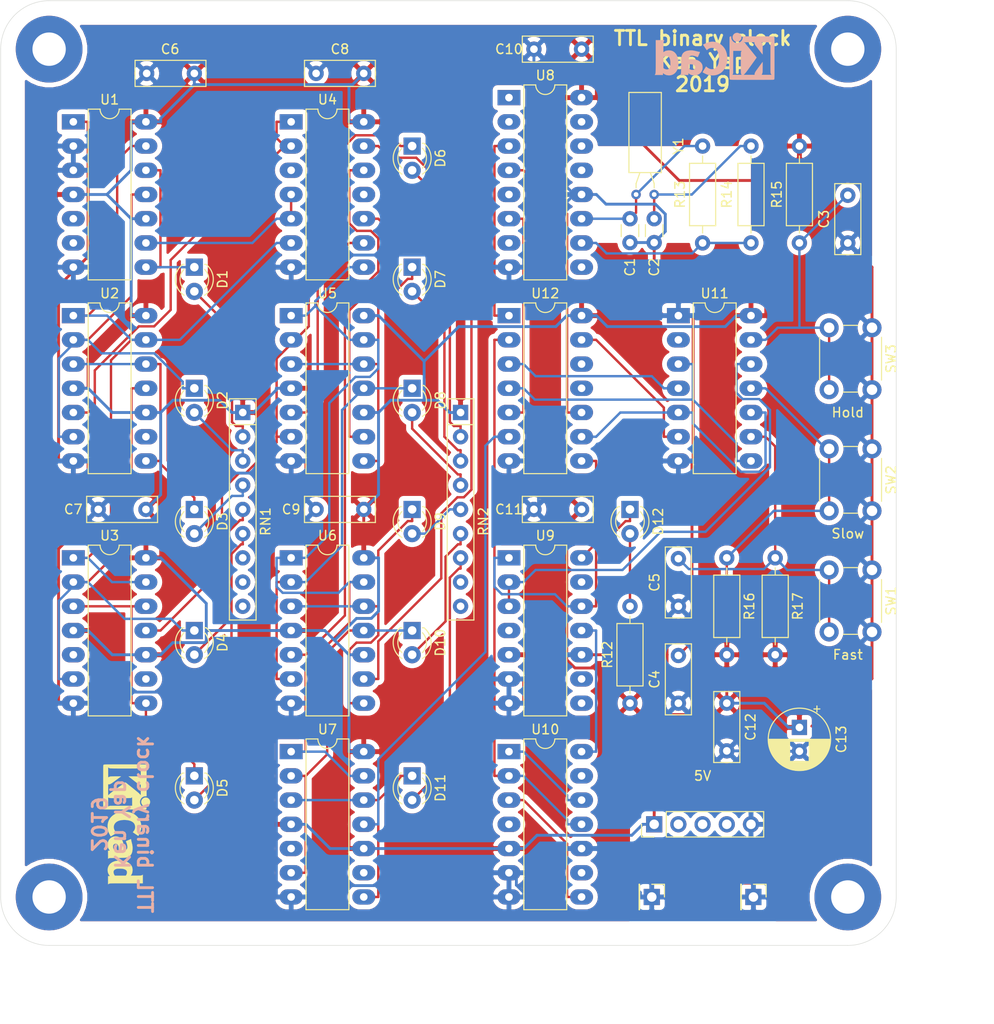
<source format=kicad_pcb>
(kicad_pcb (version 20171130) (host pcbnew 5.1.4-5.1.4)
  (title_block (title "TTL binary clock") (date 2019-08-17))
  (layers (0 F.Cu signal) (31 B.Cu signal) (34 B.Paste user hide) (35 F.Paste user hide) (36 B.SilkS user) (37 F.SilkS user) (38 B.Mask user hide) (39 F.Mask user hide) (44 Edge.Cuts user))
  (net 0 "")
  (net 1 "Net-(C1-Pad1)")
  (net 2 GND)
  (net 3 "Net-(C2-Pad1)")
  (net 4 "Net-(C3-Pad2)")
  (net 5 "Net-(C4-Pad2)")
  (net 6 "Net-(D1-Pad1)")
  (net 7 +5V)
  (net 8 "Net-(D2-Pad1)")
  (net 9 "Net-(D3-Pad1)")
  (net 10 "Net-(D4-Pad1)")
  (net 11 "Net-(D5-Pad1)")
  (net 12 "Net-(D6-Pad1)")
  (net 13 "Net-(D7-Pad1)")
  (net 14 "Net-(D8-Pad1)")
  (net 15 "Net-(D9-Pad1)")
  (net 16 "Net-(D10-Pad1)")
  (net 17 "Net-(D11-Pad1)")
  (net 18 "Net-(D12-Pad1)")
  (net 19 "Net-(U2-Pad9)")
  (net 20 "Net-(U2-Pad5)")
  (net 21 "Net-(U3-Pad5)")
  (net 22 "Net-(U3-Pad9)")
  (net 23 "Net-(U7-Pad9)")
  (net 24 "Net-(U12-Pad8)")
  (net 25 "Net-(U7-Pad5)")
  (net 26 "Net-(U8-Pad1)")
  (net 27 "Net-(U8-Pad9)")
  (net 28 "Net-(U8-Pad2)")
  (net 29 /2Hz)
  (net 30 /256Hz)
  (net 31 "Net-(U8-Pad5)")
  (net 32 "Net-(U8-Pad13)")
  (net 33 "Net-(U8-Pad14)")
  (net 34 "Net-(U8-Pad7)")
  (net 35 "Net-(U8-Pad15)")
  (net 36 "Net-(U9-Pad8)")
  (net 37 /HOLD)
  (net 38 "Net-(U9-Pad9)")
  (net 39 "Net-(U10-Pad1)")
  (net 40 "Net-(U12-Pad6)")
  (net 41 "Net-(U10-Pad9)")
  (net 42 "Net-(U10-Pad11)")
  (net 43 "Net-(U11-Pad4)")
  (net 44 "Net-(U11-Pad10)")
  (net 45 "Net-(U12-Pad12)")
  (net 46 "Net-(U12-Pad11)")
  (net 47 "Net-(U11-Pad6)")
  (net 48 "Net-(U11-Pad3)")
  (net 49 "Net-(U1-Pad9)")
  (net 50 "Net-(U4-Pad13)")
  (net 51 "Net-(U4-Pad12)")
  (net 52 "Net-(U4-Pad10)")
  (net 53 "Net-(U4-Pad9)")
  (net 54 "Net-(U4-Pad8)")
  (net 55 "Net-(J1-Pad4)")
  (net 56 "Net-(J1-Pad3)")
  (net 57 "Net-(J1-Pad2)")
  (net 58 "Net-(D1-Pad2)")
  (net 59 "Net-(D2-Pad2)")
  (net 60 "Net-(D3-Pad2)")
  (net 61 "Net-(D4-Pad2)")
  (net 62 "Net-(D5-Pad2)")
  (net 63 "Net-(D6-Pad2)")
  (net 64 "Net-(D7-Pad2)")
  (net 65 "Net-(D8-Pad2)")
  (net 66 "Net-(D9-Pad2)")
  (net 67 "Net-(D10-Pad2)")
  (net 68 "Net-(D11-Pad2)")
  (net 69 "Net-(D12-Pad2)")
  (net 70 "Net-(RN1-Pad9)")
  (net 71 "Net-(RN1-Pad8)")
  (net 72 "Net-(RN2-Pad9)")
  (net 73 "Net-(RN2-Pad8)")
  (net 74 "Net-(RN1-Pad7)")
  (net 75 "Net-(U10-Pad14)")
  (net 76 "Net-(U10-Pad3)")
  (net 77 "Net-(U11-Pad2)")
  (net 78 "Net-(U1-Pad1)")
  (net 79 "Net-(U1-Pad6)")
  (net 80 "Net-(U1-Pad5)")
  (net 81 "Net-(C5-Pad2)")
  (net 82 /128Hz)
  (net 83 "Net-(R13-Pad1)")
  (module Package_DIP:DIP-14_W7.62mm_LongPads (layer F.Cu) (at 132.08 76.2)
    (fp_text reference U12 (at 3.81 -2.33) (layer F.SilkS))
    (fp_text value 7450)
    (pad 14 thru_hole oval (at 7.62 0) (size 2.4 1.6) (drill 0.8) (layers *.Cu *.Mask) (net 7 +5V))
    (pad 7 thru_hole oval (at 0 15.24) (size 2.4 1.6) (drill 0.8) (layers *.Cu *.Mask) (net 2 GND))
    (pad 13 thru_hole oval (at 7.62 2.54) (size 2.4 1.6) (drill 0.8) (layers *.Cu *.Mask) (net 47 "Net-(U11-Pad6)"))
    (pad 6 thru_hole oval (at 0 12.7) (size 2.4 1.6) (drill 0.8) (layers *.Cu *.Mask) (net 40 "Net-(U12-Pad6)"))
    (pad 12 thru_hole oval (at 7.62 5.08) (size 2.4 1.6) (drill 0.8) (layers *.Cu *.Mask) (net 45 "Net-(U12-Pad12)"))
    (pad 5 thru_hole oval (at 0 10.16) (size 2.4 1.6) (drill 0.8) (layers *.Cu *.Mask) (net 82 /128Hz))
    (pad 11 thru_hole oval (at 7.62 7.62) (size 2.4 1.6) (drill 0.8) (layers *.Cu *.Mask) (net 46 "Net-(U12-Pad11)"))
    (pad 4 thru_hole oval (at 0 7.62) (size 2.4 1.6) (drill 0.8) (layers *.Cu *.Mask) (net 48 "Net-(U11-Pad3)"))
    (pad 10 thru_hole oval (at 7.62 10.16) (size 2.4 1.6) (drill 0.8) (layers *.Cu *.Mask) (net 30 /256Hz))
    (pad 3 thru_hole oval (at 0 5.08) (size 2.4 1.6) (drill 0.8) (layers *.Cu *.Mask) (net 43 "Net-(U11-Pad4)"))
    (pad 9 thru_hole oval (at 7.62 12.7) (size 2.4 1.6) (drill 0.8) (layers *.Cu *.Mask) (net 44 "Net-(U11-Pad10)"))
    (pad 2 thru_hole oval (at 0 2.54) (size 2.4 1.6) (drill 0.8) (layers *.Cu *.Mask) (net 42 "Net-(U10-Pad11)"))
    (pad 8 thru_hole oval (at 7.62 15.24) (size 2.4 1.6) (drill 0.8) (layers *.Cu *.Mask) (net 24 "Net-(U12-Pad8)"))
    (pad 1 thru_hole rect (at 0 0) (size 2.4 1.6) (drill 0.8) (layers *.Cu *.Mask) (net 29 /2Hz))
  )
  (module Capacitor_THT:C_Rect_L7.2mm_W2.5mm_P5.00mm_FKS2_FKP2_MKS2_MKP2 (layer F.Cu) (at 167.64 68.58 90)
    (fp_text reference C3 (at 2.5 -2.5 90) (layer F.SilkS))
    (fp_text value 0.1u)
    (pad 2 thru_hole circle (at 5 0 90) (size 1.6 1.6) (drill 0.8) (layers *.Cu *.Mask) (net 4 "Net-(C3-Pad2)"))
    (pad 1 thru_hole circle (at 0 0 90) (size 1.6 1.6) (drill 0.8) (layers *.Cu *.Mask) (net 2 GND))
  )
  (module Resistor_THT:R_Axial_DIN0207_L6.3mm_D2.5mm_P10.16mm_Horizontal (layer F.Cu) (at 162.56 68.58 90)
    (fp_text reference R15 (at 5.08 -2.37 90) (layer F.SilkS))
    (fp_text value 47k)
    (pad 2 thru_hole oval (at 10.16 0 90) (size 1.6 1.6) (drill 0.8) (layers *.Cu *.Mask) (net 7 +5V))
    (pad 1 thru_hole circle (at 0 0 90) (size 1.6 1.6) (drill 0.8) (layers *.Cu *.Mask) (net 4 "Net-(C3-Pad2)"))
  )
  (module Package_DIP:DIP-16_W7.62mm_LongPads (layer F.Cu) (at 132.08 53.34)
    (fp_text reference U8 (at 3.81 -2.33) (layer F.SilkS))
    (fp_text value 4060)
    (pad 16 thru_hole oval (at 7.62 0) (size 2.4 1.6) (drill 0.8) (layers *.Cu *.Mask) (net 7 +5V))
    (pad 8 thru_hole oval (at 0 17.78) (size 2.4 1.6) (drill 0.8) (layers *.Cu *.Mask) (net 2 GND))
    (pad 15 thru_hole oval (at 7.62 2.54) (size 2.4 1.6) (drill 0.8) (layers *.Cu *.Mask) (net 35 "Net-(U8-Pad15)"))
    (pad 7 thru_hole oval (at 0 15.24) (size 2.4 1.6) (drill 0.8) (layers *.Cu *.Mask) (net 34 "Net-(U8-Pad7)"))
    (pad 14 thru_hole oval (at 7.62 5.08) (size 2.4 1.6) (drill 0.8) (layers *.Cu *.Mask) (net 33 "Net-(U8-Pad14)"))
    (pad 6 thru_hole oval (at 0 12.7) (size 2.4 1.6) (drill 0.8) (layers *.Cu *.Mask) (net 82 /128Hz))
    (pad 13 thru_hole oval (at 7.62 7.62) (size 2.4 1.6) (drill 0.8) (layers *.Cu *.Mask) (net 32 "Net-(U8-Pad13)"))
    (pad 5 thru_hole oval (at 0 10.16) (size 2.4 1.6) (drill 0.8) (layers *.Cu *.Mask) (net 31 "Net-(U8-Pad5)"))
    (pad 12 thru_hole oval (at 7.62 10.16) (size 2.4 1.6) (drill 0.8) (layers *.Cu *.Mask) (net 2 GND))
    (pad 4 thru_hole oval (at 0 7.62) (size 2.4 1.6) (drill 0.8) (layers *.Cu *.Mask) (net 30 /256Hz))
    (pad 11 thru_hole oval (at 7.62 12.7) (size 2.4 1.6) (drill 0.8) (layers *.Cu *.Mask) (net 1 "Net-(C1-Pad1)"))
    (pad 3 thru_hole oval (at 0 5.08) (size 2.4 1.6) (drill 0.8) (layers *.Cu *.Mask) (net 29 /2Hz))
    (pad 10 thru_hole oval (at 7.62 15.24) (size 2.4 1.6) (drill 0.8) (layers *.Cu *.Mask) (net 83 "Net-(R13-Pad1)"))
    (pad 2 thru_hole oval (at 0 2.54) (size 2.4 1.6) (drill 0.8) (layers *.Cu *.Mask) (net 28 "Net-(U8-Pad2)"))
    (pad 9 thru_hole oval (at 7.62 17.78) (size 2.4 1.6) (drill 0.8) (layers *.Cu *.Mask) (net 27 "Net-(U8-Pad9)"))
    (pad 1 thru_hole rect (at 0 0) (size 2.4 1.6) (drill 0.8) (layers *.Cu *.Mask) (net 26 "Net-(U8-Pad1)"))
  )
  (module Capacitor_THT:C_Rect_L7.2mm_W2.5mm_P5.00mm_FKS2_FKP2_MKS2_MKP2 (layer F.Cu) (at 139.7 96.52 180)
    (fp_text reference C11 (at 7.62 0) (layer F.SilkS))
    (fp_text value 0.1u)
    (pad 2 thru_hole circle (at 5 0 180) (size 1.6 1.6) (drill 0.8) (layers *.Cu *.Mask) (net 2 GND))
    (pad 1 thru_hole circle (at 0 0 180) (size 1.6 1.6) (drill 0.8) (layers *.Cu *.Mask) (net 7 +5V))
  )
  (module Capacitor_THT:C_Rect_L7.2mm_W2.5mm_P5.00mm_FKS2_FKP2_MKS2_MKP2 (layer F.Cu) (at 154.94 116.84 270)
    (fp_text reference C12 (at 2.5 -2.5 90) (layer F.SilkS))
    (fp_text value 0.1u)
    (pad 2 thru_hole circle (at 5 0 270) (size 1.6 1.6) (drill 0.8) (layers *.Cu *.Mask) (net 2 GND))
    (pad 1 thru_hole circle (at 0 0 270) (size 1.6 1.6) (drill 0.8) (layers *.Cu *.Mask) (net 7 +5V))
  )
  (module Capacitor_THT:C_Rect_L7.2mm_W2.5mm_P5.00mm_FKS2_FKP2_MKS2_MKP2 (layer F.Cu) (at 139.7 48.26 180)
    (fp_text reference C10 (at 7.62 0) (layer F.SilkS))
    (fp_text value 0.1u)
    (pad 2 thru_hole circle (at 5 0 180) (size 1.6 1.6) (drill 0.8) (layers *.Cu *.Mask) (net 2 GND))
    (pad 1 thru_hole circle (at 0 0 180) (size 1.6 1.6) (drill 0.8) (layers *.Cu *.Mask) (net 7 +5V))
  )
  (module MountingHole:MountingHole_3.5mm_Pad (layer F.Cu) (at 167.64 137.16)
    (fp_text reference H4 hide)
    (fp_text value MountingHole)
    (pad 1 thru_hole circle (at 0 0) (size 7 7) (drill 3.5) (layers *.Cu *.Mask))
  )
  (module MountingHole:MountingHole_3.5mm_Pad (layer F.Cu) (at 83.82 137.16)
    (fp_text reference H3 hide)
    (fp_text value MountingHole)
    (pad 1 thru_hole circle (at 0 0) (size 7 7) (drill 3.5) (layers *.Cu *.Mask))
  )
  (module MountingHole:MountingHole_3.5mm_Pad (layer F.Cu) (at 167.64 48.26)
    (fp_text reference H2 hide)
    (fp_text value MountingHole)
    (pad 1 thru_hole circle (at 0 0) (size 7 7) (drill 3.5) (layers *.Cu *.Mask))
  )
  (module MountingHole:MountingHole_3.5mm_Pad (layer F.Cu) (at 83.82 48.26)
    (fp_text reference H1 hide)
    (fp_text value MountingHole)
    (pad 1 thru_hole circle (at 0 0) (size 7 7) (drill 3.5) (layers *.Cu *.Mask))
  )
  (module Capacitor_THT:C_Rect_L7.2mm_W2.5mm_P5.00mm_FKS2_FKP2_MKS2_MKP2 (layer F.Cu) (at 116.84 96.52 180)
    (fp_text reference C9 (at 7.62 0) (layer F.SilkS))
    (fp_text value 0.1u)
    (pad 2 thru_hole circle (at 5 0 180) (size 1.6 1.6) (drill 0.8) (layers *.Cu *.Mask) (net 2 GND))
    (pad 1 thru_hole circle (at 0 0 180) (size 1.6 1.6) (drill 0.8) (layers *.Cu *.Mask) (net 7 +5V))
  )
  (module Capacitor_THT:CP_Radial_D6.3mm_P2.50mm (layer F.Cu) (at 162.56 119.38 270)
    (fp_text reference C13 (at 1.25 -4.4 90) (layer F.SilkS))
    (fp_text value 10u)
    (pad 2 thru_hole circle (at 2.5 0 270) (size 1.6 1.6) (drill 0.8) (layers *.Cu *.Mask) (net 2 GND))
    (pad 1 thru_hole rect (at 0 0 270) (size 1.6 1.6) (drill 0.8) (layers *.Cu *.Mask) (net 7 +5V))
  )
  (module Resistor_THT:R_Array_SIP9 (layer F.Cu) (at 127 86.36 270)
    (fp_text reference RN2 (at 11.43 -2.4 90) (layer F.SilkS))
    (fp_text value R)
    (pad 9 thru_hole oval (at 20.32 0 270) (size 1.6 1.6) (drill 0.8) (layers *.Cu *.Mask) (net 72 "Net-(RN2-Pad9)"))
    (pad 8 thru_hole oval (at 17.78 0 270) (size 1.6 1.6) (drill 0.8) (layers *.Cu *.Mask) (net 73 "Net-(RN2-Pad8)"))
    (pad 7 thru_hole oval (at 15.24 0 270) (size 1.6 1.6) (drill 0.8) (layers *.Cu *.Mask) (net 68 "Net-(D11-Pad2)"))
    (pad 6 thru_hole oval (at 12.7 0 270) (size 1.6 1.6) (drill 0.8) (layers *.Cu *.Mask) (net 67 "Net-(D10-Pad2)"))
    (pad 5 thru_hole oval (at 10.16 0 270) (size 1.6 1.6) (drill 0.8) (layers *.Cu *.Mask) (net 66 "Net-(D9-Pad2)"))
    (pad 4 thru_hole oval (at 7.62 0 270) (size 1.6 1.6) (drill 0.8) (layers *.Cu *.Mask) (net 65 "Net-(D8-Pad2)"))
    (pad 3 thru_hole oval (at 5.08 0 270) (size 1.6 1.6) (drill 0.8) (layers *.Cu *.Mask) (net 64 "Net-(D7-Pad2)"))
    (pad 2 thru_hole oval (at 2.54 0 270) (size 1.6 1.6) (drill 0.8) (layers *.Cu *.Mask) (net 63 "Net-(D6-Pad2)"))
    (pad 1 thru_hole rect (at 0 0 270) (size 1.6 1.6) (drill 0.8) (layers *.Cu *.Mask) (net 7 +5V))
  )
  (module Resistor_THT:R_Array_SIP9 (layer F.Cu) (at 104.14 86.36 270)
    (fp_text reference RN1 (at 11.43 -2.4 90) (layer F.SilkS))
    (fp_text value R)
    (pad 9 thru_hole oval (at 20.32 0 270) (size 1.6 1.6) (drill 0.8) (layers *.Cu *.Mask) (net 70 "Net-(RN1-Pad9)"))
    (pad 8 thru_hole oval (at 17.78 0 270) (size 1.6 1.6) (drill 0.8) (layers *.Cu *.Mask) (net 71 "Net-(RN1-Pad8)"))
    (pad 7 thru_hole oval (at 15.24 0 270) (size 1.6 1.6) (drill 0.8) (layers *.Cu *.Mask) (net 74 "Net-(RN1-Pad7)"))
    (pad 6 thru_hole oval (at 12.7 0 270) (size 1.6 1.6) (drill 0.8) (layers *.Cu *.Mask) (net 62 "Net-(D5-Pad2)"))
    (pad 5 thru_hole oval (at 10.16 0 270) (size 1.6 1.6) (drill 0.8) (layers *.Cu *.Mask) (net 61 "Net-(D4-Pad2)"))
    (pad 4 thru_hole oval (at 7.62 0 270) (size 1.6 1.6) (drill 0.8) (layers *.Cu *.Mask) (net 60 "Net-(D3-Pad2)"))
    (pad 3 thru_hole oval (at 5.08 0 270) (size 1.6 1.6) (drill 0.8) (layers *.Cu *.Mask) (net 59 "Net-(D2-Pad2)"))
    (pad 2 thru_hole oval (at 2.54 0 270) (size 1.6 1.6) (drill 0.8) (layers *.Cu *.Mask) (net 58 "Net-(D1-Pad2)"))
    (pad 1 thru_hole rect (at 0 0 270) (size 1.6 1.6) (drill 0.8) (layers *.Cu *.Mask) (net 7 +5V))
  )
  (module Connector_PinHeader_2.54mm:PinHeader_1x01_P2.54mm_Vertical (layer F.Cu) (at 147.066 137.16 270)
    (fp_text reference J3 hide)
    (fp_text value M)
    (pad 1 thru_hole rect (at 0 0 270) (size 1.7 1.7) (drill 1) (layers *.Cu *.Mask) (net 2 GND))
  )
  (module Connector_PinHeader_2.54mm:PinHeader_1x01_P2.54mm_Vertical (layer F.Cu) (at 157.734 137.16 270)
    (fp_text reference J2 hide)
    (fp_text value M)
    (pad 1 thru_hole rect (at 0 0 270) (size 1.7 1.7) (drill 1) (layers *.Cu *.Mask) (net 2 GND))
  )
  (module Crystal:Crystal_C38-LF_D3.0mm_L8.0mm_Horizontal (layer F.Cu) (at 147.32 63.5 180)
    (fp_text reference Y1 (at -2.54 5.08 90) (layer F.SilkS))
    (fp_text value 32768Hz)
    (pad 2 thru_hole circle (at 1.9 0 180) (size 1 1) (drill 0.5) (layers *.Cu *.Mask) (net 1 "Net-(C1-Pad1)"))
    (pad 1 thru_hole circle (at 0 0 180) (size 1 1) (drill 0.5) (layers *.Cu *.Mask) (net 3 "Net-(C2-Pad1)"))
  )
  (module Symbol:KiCad-Logo_5mm_SilkScreen (layer F.Cu) (at 91.44 129.54 270)
    (fp_text reference K1 hide)
    (fp_text value KiCad-Logo_5mm_SilkScreen hide)
  )
  (module Package_DIP:DIP-14_W7.62mm_LongPads (layer F.Cu) (at 132.08 101.6)
    (fp_text reference U9 (at 3.81 -2.33) (layer F.SilkS))
    (fp_text value 7490)
    (pad 14 thru_hole oval (at 7.62 0) (size 2.4 1.6) (drill 0.8) (layers *.Cu *.Mask) (net 24 "Net-(U12-Pad8)"))
    (pad 7 thru_hole oval (at 0 15.24) (size 2.4 1.6) (drill 0.8) (layers *.Cu *.Mask) (net 2 GND))
    (pad 13 thru_hole oval (at 7.62 2.54) (size 2.4 1.6) (drill 0.8) (layers *.Cu *.Mask))
    (pad 6 thru_hole oval (at 0 12.7) (size 2.4 1.6) (drill 0.8) (layers *.Cu *.Mask) (net 2 GND))
    (pad 12 thru_hole oval (at 7.62 5.08) (size 2.4 1.6) (drill 0.8) (layers *.Cu *.Mask) (net 18 "Net-(D12-Pad1)"))
    (pad 5 thru_hole oval (at 0 10.16) (size 2.4 1.6) (drill 0.8) (layers *.Cu *.Mask) (net 7 +5V))
    (pad 11 thru_hole oval (at 7.62 7.62) (size 2.4 1.6) (drill 0.8) (layers *.Cu *.Mask) (net 75 "Net-(U10-Pad14)"))
    (pad 4 thru_hole oval (at 0 7.62) (size 2.4 1.6) (drill 0.8) (layers *.Cu *.Mask))
    (pad 10 thru_hole oval (at 7.62 10.16) (size 2.4 1.6) (drill 0.8) (layers *.Cu *.Mask) (net 2 GND))
    (pad 3 thru_hole oval (at 0 5.08) (size 2.4 1.6) (drill 0.8) (layers *.Cu *.Mask) (net 37 /HOLD))
    (pad 9 thru_hole oval (at 7.62 12.7) (size 2.4 1.6) (drill 0.8) (layers *.Cu *.Mask) (net 38 "Net-(U9-Pad9)"))
    (pad 2 thru_hole oval (at 0 2.54) (size 2.4 1.6) (drill 0.8) (layers *.Cu *.Mask) (net 37 /HOLD))
    (pad 8 thru_hole oval (at 7.62 15.24) (size 2.4 1.6) (drill 0.8) (layers *.Cu *.Mask) (net 36 "Net-(U9-Pad8)"))
    (pad 1 thru_hole rect (at 0 0) (size 2.4 1.6) (drill 0.8) (layers *.Cu *.Mask) (net 18 "Net-(D12-Pad1)"))
  )
  (module Resistor_THT:R_Axial_DIN0207_L6.3mm_D2.5mm_P10.16mm_Horizontal (layer F.Cu) (at 144.78 116.84 90)
    (fp_text reference R12 (at 5.08 -2.37 90) (layer F.SilkS))
    (fp_text value R)
    (pad 1 thru_hole circle (at 0 0 90) (size 1.6 1.6) (drill 0.8) (layers *.Cu *.Mask) (net 7 +5V))
    (pad 2 thru_hole oval (at 10.16 0 90) (size 1.6 1.6) (drill 0.8) (layers *.Cu *.Mask) (net 69 "Net-(D12-Pad2)"))
  )
  (module Resistor_THT:R_Axial_DIN0207_L6.3mm_D2.5mm_P10.16mm_Horizontal (layer F.Cu) (at 152.4 68.58 90)
    (fp_text reference R13 (at 5.08 -2.37 90) (layer F.SilkS))
    (fp_text value 10M)
    (pad 1 thru_hole circle (at 0 0 90) (size 1.6 1.6) (drill 0.8) (layers *.Cu *.Mask) (net 83 "Net-(R13-Pad1)"))
    (pad 2 thru_hole oval (at 10.16 0 90) (size 1.6 1.6) (drill 0.8) (layers *.Cu *.Mask) (net 1 "Net-(C1-Pad1)"))
  )
  (module Capacitor_THT:C_Rect_L7.2mm_W2.5mm_P5.00mm_FKS2_FKP2_MKS2_MKP2 (layer F.Cu) (at 116.84 50.8 180)
    (fp_text reference C8 (at 2.5 2.54) (layer F.SilkS))
    (fp_text value 0.1u)
    (pad 2 thru_hole circle (at 5 0 180) (size 1.6 1.6) (drill 0.8) (layers *.Cu *.Mask) (net 2 GND))
    (pad 1 thru_hole circle (at 0 0 180) (size 1.6 1.6) (drill 0.8) (layers *.Cu *.Mask) (net 7 +5V))
  )
  (module Capacitor_THT:C_Rect_L7.2mm_W2.5mm_P5.00mm_FKS2_FKP2_MKS2_MKP2 (layer F.Cu) (at 93.98 96.52 180)
    (fp_text reference C7 (at 7.62 0) (layer F.SilkS))
    (fp_text value 0.1u)
    (pad 2 thru_hole circle (at 5 0 180) (size 1.6 1.6) (drill 0.8) (layers *.Cu *.Mask) (net 2 GND))
    (pad 1 thru_hole circle (at 0 0 180) (size 1.6 1.6) (drill 0.8) (layers *.Cu *.Mask) (net 7 +5V))
  )
  (module Capacitor_THT:C_Rect_L7.2mm_W2.5mm_P5.00mm_FKS2_FKP2_MKS2_MKP2 (layer F.Cu) (at 99.06 50.8 180)
    (fp_text reference C6 (at 2.54 2.54) (layer F.SilkS))
    (fp_text value 0.1u)
    (pad 2 thru_hole circle (at 5 0 180) (size 1.6 1.6) (drill 0.8) (layers *.Cu *.Mask) (net 2 GND))
    (pad 1 thru_hole circle (at 0 0 180) (size 1.6 1.6) (drill 0.8) (layers *.Cu *.Mask) (net 7 +5V))
  )
  (module LED_THT:LED_D3.0mm (layer F.Cu) (at 144.78 96.52 270)
    (fp_text reference D12 (at 1.27 -2.96 90) (layer F.SilkS))
    (fp_text value LED)
    (pad 2 thru_hole circle (at 2.54 0 270) (size 1.8 1.8) (drill 0.9) (layers *.Cu *.Mask) (net 69 "Net-(D12-Pad2)"))
    (pad 1 thru_hole rect (at 0 0 270) (size 1.8 1.8) (drill 0.9) (layers *.Cu *.Mask) (net 18 "Net-(D12-Pad1)"))
  )
  (module LED_THT:LED_D3.0mm (layer F.Cu) (at 121.92 124.46 270)
    (fp_text reference D11 (at 1.27 -2.96 90) (layer F.SilkS))
    (fp_text value LED)
    (pad 2 thru_hole circle (at 2.54 0 270) (size 1.8 1.8) (drill 0.9) (layers *.Cu *.Mask) (net 68 "Net-(D11-Pad2)"))
    (pad 1 thru_hole rect (at 0 0 270) (size 1.8 1.8) (drill 0.9) (layers *.Cu *.Mask) (net 17 "Net-(D11-Pad1)"))
  )
  (module Package_DIP:DIP-14_W7.62mm_LongPads (layer F.Cu) (at 109.22 101.6)
    (fp_text reference U6 (at 3.81 -2.33) (layer F.SilkS))
    (fp_text value 7474)
    (pad 14 thru_hole oval (at 7.62 0) (size 2.4 1.6) (drill 0.8) (layers *.Cu *.Mask) (net 7 +5V))
    (pad 7 thru_hole oval (at 0 15.24) (size 2.4 1.6) (drill 0.8) (layers *.Cu *.Mask) (net 2 GND))
    (pad 13 thru_hole oval (at 7.62 2.54) (size 2.4 1.6) (drill 0.8) (layers *.Cu *.Mask) (net 54 "Net-(U4-Pad8)"))
    (pad 6 thru_hole oval (at 0 12.7) (size 2.4 1.6) (drill 0.8) (layers *.Cu *.Mask) (net 14 "Net-(D8-Pad1)"))
    (pad 12 thru_hole oval (at 7.62 5.08) (size 2.4 1.6) (drill 0.8) (layers *.Cu *.Mask) (net 15 "Net-(D9-Pad1)"))
    (pad 5 thru_hole oval (at 0 10.16) (size 2.4 1.6) (drill 0.8) (layers *.Cu *.Mask) (net 51 "Net-(U4-Pad12)"))
    (pad 11 thru_hole oval (at 7.62 7.62) (size 2.4 1.6) (drill 0.8) (layers *.Cu *.Mask) (net 16 "Net-(D10-Pad1)"))
    (pad 4 thru_hole oval (at 0 7.62) (size 2.4 1.6) (drill 0.8) (layers *.Cu *.Mask) (net 7 +5V))
    (pad 10 thru_hole oval (at 7.62 10.16) (size 2.4 1.6) (drill 0.8) (layers *.Cu *.Mask) (net 7 +5V))
    (pad 3 thru_hole oval (at 0 5.08) (size 2.4 1.6) (drill 0.8) (layers *.Cu *.Mask) (net 15 "Net-(D9-Pad1)"))
    (pad 9 thru_hole oval (at 7.62 12.7) (size 2.4 1.6) (drill 0.8) (layers *.Cu *.Mask) (net 50 "Net-(U4-Pad13)"))
    (pad 2 thru_hole oval (at 0 2.54) (size 2.4 1.6) (drill 0.8) (layers *.Cu *.Mask) (net 14 "Net-(D8-Pad1)"))
    (pad 8 thru_hole oval (at 7.62 15.24) (size 2.4 1.6) (drill 0.8) (layers *.Cu *.Mask) (net 15 "Net-(D9-Pad1)"))
    (pad 1 thru_hole rect (at 0 0) (size 2.4 1.6) (drill 0.8) (layers *.Cu *.Mask) (net 54 "Net-(U4-Pad8)"))
  )
  (module Button_Switch_THT:SW_PUSH_6mm_H4.3mm (layer F.Cu) (at 170.18 102.87 270)
    (fp_text reference SW1 (at 3.25 -2 90) (layer F.SilkS))
    (fp_text value Setting)
    (pad 1 thru_hole circle (at 6.5 0) (size 2 2) (drill 1.1) (layers *.Cu *.Mask) (net 2 GND))
    (pad 2 thru_hole circle (at 6.5 4.5) (size 2 2) (drill 1.1) (layers *.Cu *.Mask) (net 81 "Net-(C5-Pad2)"))
    (pad 1 thru_hole circle (at 0 0) (size 2 2) (drill 1.1) (layers *.Cu *.Mask) (net 2 GND))
    (pad 2 thru_hole circle (at 0 4.5) (size 2 2) (drill 1.1) (layers *.Cu *.Mask) (net 81 "Net-(C5-Pad2)"))
  )
  (module Button_Switch_THT:SW_PUSH_6mm_H4.3mm (layer F.Cu) (at 170.18 90.17 270)
    (fp_text reference SW2 (at 3.25 -2 90) (layer F.SilkS))
    (fp_text value Setting)
    (pad 1 thru_hole circle (at 6.5 0) (size 2 2) (drill 1.1) (layers *.Cu *.Mask) (net 2 GND))
    (pad 2 thru_hole circle (at 6.5 4.5) (size 2 2) (drill 1.1) (layers *.Cu *.Mask) (net 5 "Net-(C4-Pad2)"))
    (pad 1 thru_hole circle (at 0 0) (size 2 2) (drill 1.1) (layers *.Cu *.Mask) (net 2 GND))
    (pad 2 thru_hole circle (at 0 4.5) (size 2 2) (drill 1.1) (layers *.Cu *.Mask) (net 5 "Net-(C4-Pad2)"))
  )
  (module Button_Switch_THT:SW_PUSH_6mm_H4.3mm (layer F.Cu) (at 170.18 77.47 270)
    (fp_text reference SW3 (at 3.25 -2 90) (layer F.SilkS))
    (fp_text value Setting)
    (pad 1 thru_hole circle (at 6.5 0) (size 2 2) (drill 1.1) (layers *.Cu *.Mask) (net 2 GND))
    (pad 2 thru_hole circle (at 6.5 4.5) (size 2 2) (drill 1.1) (layers *.Cu *.Mask) (net 4 "Net-(C3-Pad2)"))
    (pad 1 thru_hole circle (at 0 0) (size 2 2) (drill 1.1) (layers *.Cu *.Mask) (net 2 GND))
    (pad 2 thru_hole circle (at 0 4.5) (size 2 2) (drill 1.1) (layers *.Cu *.Mask) (net 4 "Net-(C3-Pad2)"))
  )
  (module Connector_PinHeader_2.54mm:PinHeader_1x05_P2.54mm_Vertical (layer F.Cu) (at 147.32 129.54 90)
    (fp_text reference J1 hide)
    (fp_text value "USB power")
    (pad 5 thru_hole oval (at 0 10.16 90) (size 1.7 1.7) (drill 1) (layers *.Cu *.Mask) (net 2 GND))
    (pad 4 thru_hole oval (at 0 7.62 90) (size 1.7 1.7) (drill 1) (layers *.Cu *.Mask) (net 55 "Net-(J1-Pad4)"))
    (pad 3 thru_hole oval (at 0 5.08 90) (size 1.7 1.7) (drill 1) (layers *.Cu *.Mask) (net 56 "Net-(J1-Pad3)"))
    (pad 2 thru_hole oval (at 0 2.54 90) (size 1.7 1.7) (drill 1) (layers *.Cu *.Mask) (net 57 "Net-(J1-Pad2)"))
    (pad 1 thru_hole rect (at 0 0 90) (size 1.7 1.7) (drill 1) (layers *.Cu *.Mask) (net 7 +5V))
  )
  (module Package_DIP:DIP-14_W7.62mm_LongPads (layer F.Cu) (at 86.36 76.2)
    (fp_text reference U2 (at 3.81 -2.33) (layer F.SilkS))
    (fp_text value 7474)
    (pad 14 thru_hole oval (at 7.62 0) (size 2.4 1.6) (drill 0.8) (layers *.Cu *.Mask) (net 7 +5V))
    (pad 7 thru_hole oval (at 0 15.24) (size 2.4 1.6) (drill 0.8) (layers *.Cu *.Mask) (net 2 GND))
    (pad 13 thru_hole oval (at 7.62 2.54) (size 2.4 1.6) (drill 0.8) (layers *.Cu *.Mask) (net 78 "Net-(U1-Pad1)"))
    (pad 6 thru_hole oval (at 0 12.7) (size 2.4 1.6) (drill 0.8) (layers *.Cu *.Mask) (net 8 "Net-(D2-Pad1)"))
    (pad 12 thru_hole oval (at 7.62 5.08) (size 2.4 1.6) (drill 0.8) (layers *.Cu *.Mask) (net 9 "Net-(D3-Pad1)"))
    (pad 5 thru_hole oval (at 0 10.16) (size 2.4 1.6) (drill 0.8) (layers *.Cu *.Mask) (net 20 "Net-(U2-Pad5)"))
    (pad 11 thru_hole oval (at 7.62 7.62) (size 2.4 1.6) (drill 0.8) (layers *.Cu *.Mask) (net 10 "Net-(D4-Pad1)"))
    (pad 4 thru_hole oval (at 0 7.62) (size 2.4 1.6) (drill 0.8) (layers *.Cu *.Mask) (net 7 +5V))
    (pad 10 thru_hole oval (at 7.62 10.16) (size 2.4 1.6) (drill 0.8) (layers *.Cu *.Mask) (net 7 +5V))
    (pad 3 thru_hole oval (at 0 5.08) (size 2.4 1.6) (drill 0.8) (layers *.Cu *.Mask) (net 9 "Net-(D3-Pad1)"))
    (pad 9 thru_hole oval (at 7.62 12.7) (size 2.4 1.6) (drill 0.8) (layers *.Cu *.Mask) (net 19 "Net-(U2-Pad9)"))
    (pad 2 thru_hole oval (at 0 2.54) (size 2.4 1.6) (drill 0.8) (layers *.Cu *.Mask) (net 8 "Net-(D2-Pad1)"))
    (pad 8 thru_hole oval (at 7.62 15.24) (size 2.4 1.6) (drill 0.8) (layers *.Cu *.Mask) (net 9 "Net-(D3-Pad1)"))
    (pad 1 thru_hole rect (at 0 0) (size 2.4 1.6) (drill 0.8) (layers *.Cu *.Mask) (net 78 "Net-(U1-Pad1)"))
  )
  (module Package_DIP:DIP-14_W7.62mm_LongPads (layer F.Cu) (at 86.36 55.88)
    (fp_text reference U1 (at 3.81 -2.33) (layer F.SilkS))
    (fp_text value 7474)
    (pad 14 thru_hole oval (at 7.62 0) (size 2.4 1.6) (drill 0.8) (layers *.Cu *.Mask) (net 7 +5V))
    (pad 7 thru_hole oval (at 0 15.24) (size 2.4 1.6) (drill 0.8) (layers *.Cu *.Mask) (net 2 GND))
    (pad 13 thru_hole oval (at 7.62 2.54) (size 2.4 1.6) (drill 0.8) (layers *.Cu *.Mask) (net 78 "Net-(U1-Pad1)"))
    (pad 6 thru_hole oval (at 0 12.7) (size 2.4 1.6) (drill 0.8) (layers *.Cu *.Mask) (net 79 "Net-(U1-Pad6)"))
    (pad 12 thru_hole oval (at 7.62 5.08) (size 2.4 1.6) (drill 0.8) (layers *.Cu *.Mask) (net 6 "Net-(D1-Pad1)"))
    (pad 5 thru_hole oval (at 0 10.16) (size 2.4 1.6) (drill 0.8) (layers *.Cu *.Mask) (net 80 "Net-(U1-Pad5)"))
    (pad 11 thru_hole oval (at 7.62 7.62) (size 2.4 1.6) (drill 0.8) (layers *.Cu *.Mask) (net 8 "Net-(D2-Pad1)"))
    (pad 4 thru_hole oval (at 0 7.62) (size 2.4 1.6) (drill 0.8) (layers *.Cu *.Mask) (net 7 +5V))
    (pad 10 thru_hole oval (at 7.62 10.16) (size 2.4 1.6) (drill 0.8) (layers *.Cu *.Mask) (net 7 +5V))
    (pad 3 thru_hole oval (at 0 5.08) (size 2.4 1.6) (drill 0.8) (layers *.Cu *.Mask) (net 2 GND))
    (pad 9 thru_hole oval (at 7.62 12.7) (size 2.4 1.6) (drill 0.8) (layers *.Cu *.Mask) (net 49 "Net-(U1-Pad9)"))
    (pad 2 thru_hole oval (at 0 2.54) (size 2.4 1.6) (drill 0.8) (layers *.Cu *.Mask) (net 2 GND))
    (pad 8 thru_hole oval (at 7.62 15.24) (size 2.4 1.6) (drill 0.8) (layers *.Cu *.Mask) (net 6 "Net-(D1-Pad1)"))
    (pad 1 thru_hole rect (at 0 0) (size 2.4 1.6) (drill 0.8) (layers *.Cu *.Mask) (net 78 "Net-(U1-Pad1)"))
  )
  (module Package_DIP:DIP-14_W7.62mm_LongPads (layer F.Cu) (at 109.22 121.92)
    (fp_text reference U7 (at 3.81 -2.33) (layer F.SilkS))
    (fp_text value 7474)
    (pad 14 thru_hole oval (at 7.62 0) (size 2.4 1.6) (drill 0.8) (layers *.Cu *.Mask) (net 7 +5V))
    (pad 7 thru_hole oval (at 0 15.24) (size 2.4 1.6) (drill 0.8) (layers *.Cu *.Mask) (net 2 GND))
    (pad 13 thru_hole oval (at 7.62 2.54) (size 2.4 1.6) (drill 0.8) (layers *.Cu *.Mask) (net 54 "Net-(U4-Pad8)"))
    (pad 6 thru_hole oval (at 0 12.7) (size 2.4 1.6) (drill 0.8) (layers *.Cu *.Mask) (net 16 "Net-(D10-Pad1)"))
    (pad 12 thru_hole oval (at 7.62 5.08) (size 2.4 1.6) (drill 0.8) (layers *.Cu *.Mask) (net 17 "Net-(D11-Pad1)"))
    (pad 5 thru_hole oval (at 0 10.16) (size 2.4 1.6) (drill 0.8) (layers *.Cu *.Mask) (net 25 "Net-(U7-Pad5)"))
    (pad 11 thru_hole oval (at 7.62 7.62) (size 2.4 1.6) (drill 0.8) (layers *.Cu *.Mask) (net 40 "Net-(U12-Pad6)"))
    (pad 4 thru_hole oval (at 0 7.62) (size 2.4 1.6) (drill 0.8) (layers *.Cu *.Mask) (net 7 +5V))
    (pad 10 thru_hole oval (at 7.62 10.16) (size 2.4 1.6) (drill 0.8) (layers *.Cu *.Mask) (net 7 +5V))
    (pad 3 thru_hole oval (at 0 5.08) (size 2.4 1.6) (drill 0.8) (layers *.Cu *.Mask) (net 17 "Net-(D11-Pad1)"))
    (pad 9 thru_hole oval (at 7.62 12.7) (size 2.4 1.6) (drill 0.8) (layers *.Cu *.Mask) (net 23 "Net-(U7-Pad9)"))
    (pad 2 thru_hole oval (at 0 2.54) (size 2.4 1.6) (drill 0.8) (layers *.Cu *.Mask) (net 16 "Net-(D10-Pad1)"))
    (pad 8 thru_hole oval (at 7.62 15.24) (size 2.4 1.6) (drill 0.8) (layers *.Cu *.Mask) (net 17 "Net-(D11-Pad1)"))
    (pad 1 thru_hole rect (at 0 0) (size 2.4 1.6) (drill 0.8) (layers *.Cu *.Mask) (net 54 "Net-(U4-Pad8)"))
  )
  (module Symbol:KiCad-Logo_5mm_SilkScreen (layer B.Cu) (at 153.67 49.53 180)
    (fp_text reference K2 hide)
    (fp_text value KiCad-Logo_5mm_SilkScreen hide)
  )
  (module Package_DIP:DIP-14_W7.62mm_LongPads (layer F.Cu) (at 149.86 76.2)
    (fp_text reference U11 (at 3.81 -2.33) (layer F.SilkS))
    (fp_text value 7414)
    (pad 14 thru_hole oval (at 7.62 0) (size 2.4 1.6) (drill 0.8) (layers *.Cu *.Mask) (net 7 +5V))
    (pad 7 thru_hole oval (at 0 15.24) (size 2.4 1.6) (drill 0.8) (layers *.Cu *.Mask) (net 2 GND))
    (pad 13 thru_hole oval (at 7.62 2.54) (size 2.4 1.6) (drill 0.8) (layers *.Cu *.Mask) (net 4 "Net-(C3-Pad2)"))
    (pad 6 thru_hole oval (at 0 12.7) (size 2.4 1.6) (drill 0.8) (layers *.Cu *.Mask) (net 47 "Net-(U11-Pad6)"))
    (pad 12 thru_hole oval (at 7.62 5.08) (size 2.4 1.6) (drill 0.8) (layers *.Cu *.Mask) (net 37 /HOLD))
    (pad 5 thru_hole oval (at 0 10.16) (size 2.4 1.6) (drill 0.8) (layers *.Cu *.Mask) (net 44 "Net-(U11-Pad10)"))
    (pad 11 thru_hole oval (at 7.62 7.62) (size 2.4 1.6) (drill 0.8) (layers *.Cu *.Mask) (net 5 "Net-(C4-Pad2)"))
    (pad 4 thru_hole oval (at 0 7.62) (size 2.4 1.6) (drill 0.8) (layers *.Cu *.Mask) (net 43 "Net-(U11-Pad4)"))
    (pad 10 thru_hole oval (at 7.62 10.16) (size 2.4 1.6) (drill 0.8) (layers *.Cu *.Mask) (net 44 "Net-(U11-Pad10)"))
    (pad 3 thru_hole oval (at 0 5.08) (size 2.4 1.6) (drill 0.8) (layers *.Cu *.Mask) (net 48 "Net-(U11-Pad3)"))
    (pad 9 thru_hole oval (at 7.62 12.7) (size 2.4 1.6) (drill 0.8) (layers *.Cu *.Mask) (net 81 "Net-(C5-Pad2)"))
    (pad 2 thru_hole oval (at 0 2.54) (size 2.4 1.6) (drill 0.8) (layers *.Cu *.Mask) (net 77 "Net-(U11-Pad2)"))
    (pad 8 thru_hole oval (at 7.62 15.24) (size 2.4 1.6) (drill 0.8) (layers *.Cu *.Mask) (net 48 "Net-(U11-Pad3)"))
    (pad 1 thru_hole rect (at 0 0) (size 2.4 1.6) (drill 0.8) (layers *.Cu *.Mask) (net 2 GND))
  )
  (module Resistor_THT:R_Axial_DIN0207_L6.3mm_D2.5mm_P10.16mm_Horizontal (layer F.Cu) (at 157.48 68.58 90)
    (fp_text reference R14 (at 5.08 -2.54 90) (layer F.SilkS))
    (fp_text value 470k)
    (pad 2 thru_hole oval (at 10.16 0 90) (size 1.6 1.6) (drill 0.8) (layers *.Cu *.Mask) (net 3 "Net-(C2-Pad1)"))
    (pad 1 thru_hole circle (at 0 0 90) (size 1.6 1.6) (drill 0.8) (layers *.Cu *.Mask) (net 83 "Net-(R13-Pad1)"))
  )
  (module Package_DIP:DIP-14_W7.62mm_LongPads (layer F.Cu) (at 86.36 101.6)
    (fp_text reference U3 (at 3.81 -2.33) (layer F.SilkS))
    (fp_text value 7474)
    (pad 14 thru_hole oval (at 7.62 0) (size 2.4 1.6) (drill 0.8) (layers *.Cu *.Mask) (net 7 +5V))
    (pad 7 thru_hole oval (at 0 15.24) (size 2.4 1.6) (drill 0.8) (layers *.Cu *.Mask) (net 2 GND))
    (pad 13 thru_hole oval (at 7.62 2.54) (size 2.4 1.6) (drill 0.8) (layers *.Cu *.Mask) (net 78 "Net-(U1-Pad1)"))
    (pad 6 thru_hole oval (at 0 12.7) (size 2.4 1.6) (drill 0.8) (layers *.Cu *.Mask) (net 10 "Net-(D4-Pad1)"))
    (pad 12 thru_hole oval (at 7.62 5.08) (size 2.4 1.6) (drill 0.8) (layers *.Cu *.Mask) (net 11 "Net-(D5-Pad1)"))
    (pad 5 thru_hole oval (at 0 10.16) (size 2.4 1.6) (drill 0.8) (layers *.Cu *.Mask) (net 21 "Net-(U3-Pad5)"))
    (pad 11 thru_hole oval (at 7.62 7.62) (size 2.4 1.6) (drill 0.8) (layers *.Cu *.Mask) (net 12 "Net-(D6-Pad1)"))
    (pad 4 thru_hole oval (at 0 7.62) (size 2.4 1.6) (drill 0.8) (layers *.Cu *.Mask) (net 7 +5V))
    (pad 10 thru_hole oval (at 7.62 10.16) (size 2.4 1.6) (drill 0.8) (layers *.Cu *.Mask) (net 7 +5V))
    (pad 3 thru_hole oval (at 0 5.08) (size 2.4 1.6) (drill 0.8) (layers *.Cu *.Mask) (net 11 "Net-(D5-Pad1)"))
    (pad 9 thru_hole oval (at 7.62 12.7) (size 2.4 1.6) (drill 0.8) (layers *.Cu *.Mask) (net 22 "Net-(U3-Pad9)"))
    (pad 2 thru_hole oval (at 0 2.54) (size 2.4 1.6) (drill 0.8) (layers *.Cu *.Mask) (net 10 "Net-(D4-Pad1)"))
    (pad 8 thru_hole oval (at 7.62 15.24) (size 2.4 1.6) (drill 0.8) (layers *.Cu *.Mask) (net 11 "Net-(D5-Pad1)"))
    (pad 1 thru_hole rect (at 0 0) (size 2.4 1.6) (drill 0.8) (layers *.Cu *.Mask) (net 78 "Net-(U1-Pad1)"))
  )
  (module LED_THT:LED_D3.0mm (layer F.Cu) (at 121.92 109.22 270)
    (fp_text reference D10 (at 1.27 -2.96 90) (layer F.SilkS))
    (fp_text value LED)
    (pad 2 thru_hole circle (at 2.54 0 270) (size 1.8 1.8) (drill 0.9) (layers *.Cu *.Mask) (net 67 "Net-(D10-Pad2)"))
    (pad 1 thru_hole rect (at 0 0 270) (size 1.8 1.8) (drill 0.9) (layers *.Cu *.Mask) (net 16 "Net-(D10-Pad1)"))
  )
  (module LED_THT:LED_D3.0mm (layer F.Cu) (at 121.92 96.52 270)
    (fp_text reference D9 (at 1.27 -2.96 90) (layer F.SilkS))
    (fp_text value LED)
    (pad 2 thru_hole circle (at 2.54 0 270) (size 1.8 1.8) (drill 0.9) (layers *.Cu *.Mask) (net 66 "Net-(D9-Pad2)"))
    (pad 1 thru_hole rect (at 0 0 270) (size 1.8 1.8) (drill 0.9) (layers *.Cu *.Mask) (net 15 "Net-(D9-Pad1)"))
  )
  (module LED_THT:LED_D3.0mm (layer F.Cu) (at 121.92 83.82 270)
    (fp_text reference D8 (at 1.27 -2.96 90) (layer F.SilkS))
    (fp_text value LED)
    (pad 2 thru_hole circle (at 2.54 0 270) (size 1.8 1.8) (drill 0.9) (layers *.Cu *.Mask) (net 65 "Net-(D8-Pad2)"))
    (pad 1 thru_hole rect (at 0 0 270) (size 1.8 1.8) (drill 0.9) (layers *.Cu *.Mask) (net 14 "Net-(D8-Pad1)"))
  )
  (module LED_THT:LED_D3.0mm (layer F.Cu) (at 121.92 71.12 270)
    (fp_text reference D7 (at 1.27 -2.96 90) (layer F.SilkS))
    (fp_text value LED)
    (pad 2 thru_hole circle (at 2.54 0 270) (size 1.8 1.8) (drill 0.9) (layers *.Cu *.Mask) (net 64 "Net-(D7-Pad2)"))
    (pad 1 thru_hole rect (at 0 0 270) (size 1.8 1.8) (drill 0.9) (layers *.Cu *.Mask) (net 13 "Net-(D7-Pad1)"))
  )
  (module LED_THT:LED_D3.0mm (layer F.Cu) (at 121.92 58.42 270)
    (fp_text reference D6 (at 1.27 -2.96 90) (layer F.SilkS))
    (fp_text value LED)
    (pad 2 thru_hole circle (at 2.54 0 270) (size 1.8 1.8) (drill 0.9) (layers *.Cu *.Mask) (net 63 "Net-(D6-Pad2)"))
    (pad 1 thru_hole rect (at 0 0 270) (size 1.8 1.8) (drill 0.9) (layers *.Cu *.Mask) (net 12 "Net-(D6-Pad1)"))
  )
  (module LED_THT:LED_D3.0mm (layer F.Cu) (at 99.06 124.46 270)
    (fp_text reference D5 (at 1.27 -2.96 90) (layer F.SilkS))
    (fp_text value LED)
    (pad 2 thru_hole circle (at 2.54 0 270) (size 1.8 1.8) (drill 0.9) (layers *.Cu *.Mask) (net 62 "Net-(D5-Pad2)"))
    (pad 1 thru_hole rect (at 0 0 270) (size 1.8 1.8) (drill 0.9) (layers *.Cu *.Mask) (net 11 "Net-(D5-Pad1)"))
  )
  (module LED_THT:LED_D3.0mm (layer F.Cu) (at 99.06 109.22 270)
    (fp_text reference D4 (at 1.27 -2.96 90) (layer F.SilkS))
    (fp_text value LED)
    (pad 2 thru_hole circle (at 2.54 0 270) (size 1.8 1.8) (drill 0.9) (layers *.Cu *.Mask) (net 61 "Net-(D4-Pad2)"))
    (pad 1 thru_hole rect (at 0 0 270) (size 1.8 1.8) (drill 0.9) (layers *.Cu *.Mask) (net 10 "Net-(D4-Pad1)"))
  )
  (module LED_THT:LED_D3.0mm (layer F.Cu) (at 99.06 96.52 270)
    (fp_text reference D3 (at 1.27 -2.96 90) (layer F.SilkS))
    (fp_text value LED)
    (pad 2 thru_hole circle (at 2.54 0 270) (size 1.8 1.8) (drill 0.9) (layers *.Cu *.Mask) (net 60 "Net-(D3-Pad2)"))
    (pad 1 thru_hole rect (at 0 0 270) (size 1.8 1.8) (drill 0.9) (layers *.Cu *.Mask) (net 9 "Net-(D3-Pad1)"))
  )
  (module Package_DIP:DIP-14_W7.62mm_LongPads (layer F.Cu) (at 109.22 76.2)
    (fp_text reference U5 (at 3.81 -2.33) (layer F.SilkS))
    (fp_text value 7474)
    (pad 14 thru_hole oval (at 7.62 0) (size 2.4 1.6) (drill 0.8) (layers *.Cu *.Mask) (net 7 +5V))
    (pad 7 thru_hole oval (at 0 15.24) (size 2.4 1.6) (drill 0.8) (layers *.Cu *.Mask) (net 2 GND))
    (pad 13 thru_hole oval (at 7.62 2.54) (size 2.4 1.6) (drill 0.8) (layers *.Cu *.Mask) (net 54 "Net-(U4-Pad8)"))
    (pad 6 thru_hole oval (at 0 12.7) (size 2.4 1.6) (drill 0.8) (layers *.Cu *.Mask) (net 12 "Net-(D6-Pad1)"))
    (pad 12 thru_hole oval (at 7.62 5.08) (size 2.4 1.6) (drill 0.8) (layers *.Cu *.Mask) (net 13 "Net-(D7-Pad1)"))
    (pad 5 thru_hole oval (at 0 10.16) (size 2.4 1.6) (drill 0.8) (layers *.Cu *.Mask) (net 53 "Net-(U4-Pad9)"))
    (pad 11 thru_hole oval (at 7.62 7.62) (size 2.4 1.6) (drill 0.8) (layers *.Cu *.Mask) (net 14 "Net-(D8-Pad1)"))
    (pad 4 thru_hole oval (at 0 7.62) (size 2.4 1.6) (drill 0.8) (layers *.Cu *.Mask) (net 7 +5V))
    (pad 10 thru_hole oval (at 7.62 10.16) (size 2.4 1.6) (drill 0.8) (layers *.Cu *.Mask) (net 7 +5V))
    (pad 3 thru_hole oval (at 0 5.08) (size 2.4 1.6) (drill 0.8) (layers *.Cu *.Mask) (net 13 "Net-(D7-Pad1)"))
    (pad 9 thru_hole oval (at 7.62 12.7) (size 2.4 1.6) (drill 0.8) (layers *.Cu *.Mask) (net 52 "Net-(U4-Pad10)"))
    (pad 2 thru_hole oval (at 0 2.54) (size 2.4 1.6) (drill 0.8) (layers *.Cu *.Mask) (net 12 "Net-(D6-Pad1)"))
    (pad 8 thru_hole oval (at 7.62 15.24) (size 2.4 1.6) (drill 0.8) (layers *.Cu *.Mask) (net 13 "Net-(D7-Pad1)"))
    (pad 1 thru_hole rect (at 0 0) (size 2.4 1.6) (drill 0.8) (layers *.Cu *.Mask) (net 54 "Net-(U4-Pad8)"))
  )
  (module Package_DIP:DIP-14_W7.62mm_LongPads (layer F.Cu) (at 109.22 55.88)
    (fp_text reference U4 (at 3.81 -2.33) (layer F.SilkS))
    (fp_text value 7420)
    (pad 14 thru_hole oval (at 7.62 0) (size 2.4 1.6) (drill 0.8) (layers *.Cu *.Mask) (net 7 +5V))
    (pad 7 thru_hole oval (at 0 15.24) (size 2.4 1.6) (drill 0.8) (layers *.Cu *.Mask) (net 2 GND))
    (pad 13 thru_hole oval (at 7.62 2.54) (size 2.4 1.6) (drill 0.8) (layers *.Cu *.Mask) (net 50 "Net-(U4-Pad13)"))
    (pad 6 thru_hole oval (at 0 12.7) (size 2.4 1.6) (drill 0.8) (layers *.Cu *.Mask) (net 78 "Net-(U1-Pad1)"))
    (pad 12 thru_hole oval (at 7.62 5.08) (size 2.4 1.6) (drill 0.8) (layers *.Cu *.Mask) (net 51 "Net-(U4-Pad12)"))
    (pad 5 thru_hole oval (at 0 10.16) (size 2.4 1.6) (drill 0.8) (layers *.Cu *.Mask) (net 49 "Net-(U1-Pad9)"))
    (pad 11 thru_hole oval (at 7.62 7.62) (size 2.4 1.6) (drill 0.8) (layers *.Cu *.Mask))
    (pad 4 thru_hole oval (at 0 7.62) (size 2.4 1.6) (drill 0.8) (layers *.Cu *.Mask) (net 49 "Net-(U1-Pad9)"))
    (pad 10 thru_hole oval (at 7.62 10.16) (size 2.4 1.6) (drill 0.8) (layers *.Cu *.Mask) (net 52 "Net-(U4-Pad10)"))
    (pad 3 thru_hole oval (at 0 5.08) (size 2.4 1.6) (drill 0.8) (layers *.Cu *.Mask))
    (pad 9 thru_hole oval (at 7.62 12.7) (size 2.4 1.6) (drill 0.8) (layers *.Cu *.Mask) (net 53 "Net-(U4-Pad9)"))
    (pad 2 thru_hole oval (at 0 2.54) (size 2.4 1.6) (drill 0.8) (layers *.Cu *.Mask) (net 20 "Net-(U2-Pad5)"))
    (pad 8 thru_hole oval (at 7.62 15.24) (size 2.4 1.6) (drill 0.8) (layers *.Cu *.Mask) (net 54 "Net-(U4-Pad8)"))
    (pad 1 thru_hole rect (at 0 0) (size 2.4 1.6) (drill 0.8) (layers *.Cu *.Mask) (net 20 "Net-(U2-Pad5)"))
  )
  (module Resistor_THT:R_Axial_DIN0207_L6.3mm_D2.5mm_P10.16mm_Horizontal (layer F.Cu) (at 154.94 101.6 270)
    (fp_text reference R16 (at 5.08 -2.37 90) (layer F.SilkS))
    (fp_text value 47k)
    (pad 1 thru_hole circle (at 0 0 270) (size 1.6 1.6) (drill 0.8) (layers *.Cu *.Mask) (net 5 "Net-(C4-Pad2)"))
    (pad 2 thru_hole oval (at 10.16 0 270) (size 1.6 1.6) (drill 0.8) (layers *.Cu *.Mask) (net 7 +5V))
  )
  (module Resistor_THT:R_Axial_DIN0207_L6.3mm_D2.5mm_P10.16mm_Horizontal (layer F.Cu) (at 160.02 101.6 270)
    (fp_text reference R17 (at 5.08 -2.37 90) (layer F.SilkS))
    (fp_text value 47k)
    (pad 2 thru_hole oval (at 10.16 0 270) (size 1.6 1.6) (drill 0.8) (layers *.Cu *.Mask) (net 7 +5V))
    (pad 1 thru_hole circle (at 0 0 270) (size 1.6 1.6) (drill 0.8) (layers *.Cu *.Mask) (net 81 "Net-(C5-Pad2)"))
  )
  (module LED_THT:LED_D3.0mm (layer F.Cu) (at 99.06 83.82 270)
    (fp_text reference D2 (at 1.27 -2.96 90) (layer F.SilkS))
    (fp_text value LED)
    (pad 2 thru_hole circle (at 2.54 0 270) (size 1.8 1.8) (drill 0.9) (layers *.Cu *.Mask) (net 59 "Net-(D2-Pad2)"))
    (pad 1 thru_hole rect (at 0 0 270) (size 1.8 1.8) (drill 0.9) (layers *.Cu *.Mask) (net 8 "Net-(D2-Pad1)"))
  )
  (module LED_THT:LED_D3.0mm (layer F.Cu) (at 99.06 71.12 270)
    (fp_text reference D1 (at 1.27 -2.96 90) (layer F.SilkS))
    (fp_text value LED)
    (pad 2 thru_hole circle (at 2.54 0 270) (size 1.8 1.8) (drill 0.9) (layers *.Cu *.Mask) (net 58 "Net-(D1-Pad2)"))
    (pad 1 thru_hole rect (at 0 0 270) (size 1.8 1.8) (drill 0.9) (layers *.Cu *.Mask) (net 6 "Net-(D1-Pad1)"))
  )
  (module Capacitor_THT:C_Disc_D3.0mm_W1.6mm_P2.50mm (layer F.Cu) (at 144.78 66.04 270)
    (fp_text reference C1 (at 5.08 0 270) (layer F.SilkS))
    (fp_text value 22pF)
    (pad 1 thru_hole circle (at 0 0 270) (size 1.6 1.6) (drill 0.8) (layers *.Cu *.Mask) (net 1 "Net-(C1-Pad1)"))
    (pad 2 thru_hole circle (at 2.5 0 270) (size 1.6 1.6) (drill 0.8) (layers *.Cu *.Mask) (net 2 GND))
  )
  (module Capacitor_THT:C_Disc_D3.0mm_W1.6mm_P2.50mm (layer F.Cu) (at 147.32 66.04 270)
    (fp_text reference C2 (at 5.08 0 90) (layer F.SilkS))
    (fp_text value 22pF)
    (pad 2 thru_hole circle (at 2.5 0 270) (size 1.6 1.6) (drill 0.8) (layers *.Cu *.Mask) (net 2 GND))
    (pad 1 thru_hole circle (at 0 0 270) (size 1.6 1.6) (drill 0.8) (layers *.Cu *.Mask) (net 3 "Net-(C2-Pad1)"))
  )
  (module Capacitor_THT:C_Rect_L7.2mm_W2.5mm_P5.00mm_FKS2_FKP2_MKS2_MKP2 (layer F.Cu) (at 149.86 116.84 90)
    (fp_text reference C4 (at 2.5 -2.5 90) (layer F.SilkS))
    (fp_text value 0.1u)
    (pad 1 thru_hole circle (at 0 0 90) (size 1.6 1.6) (drill 0.8) (layers *.Cu *.Mask) (net 2 GND))
    (pad 2 thru_hole circle (at 5 0 90) (size 1.6 1.6) (drill 0.8) (layers *.Cu *.Mask) (net 5 "Net-(C4-Pad2)"))
  )
  (module Capacitor_THT:C_Rect_L7.2mm_W2.5mm_P5.00mm_FKS2_FKP2_MKS2_MKP2 (layer F.Cu) (at 149.86 106.68 90)
    (fp_text reference C5 (at 2.5 -2.5 90) (layer F.SilkS))
    (fp_text value 0.1u)
    (pad 2 thru_hole circle (at 5 0 90) (size 1.6 1.6) (drill 0.8) (layers *.Cu *.Mask) (net 81 "Net-(C5-Pad2)"))
    (pad 1 thru_hole circle (at 0 0 90) (size 1.6 1.6) (drill 0.8) (layers *.Cu *.Mask) (net 2 GND))
  )
  (module Package_DIP:DIP-14_W7.62mm_LongPads (layer F.Cu) (at 132.08 121.92)
    (fp_text reference U10 (at 3.81 -2.33) (layer F.SilkS))
    (fp_text value 7493)
    (pad 14 thru_hole oval (at 7.62 0) (size 2.4 1.6) (drill 0.8) (layers *.Cu *.Mask) (net 75 "Net-(U10-Pad14)"))
    (pad 7 thru_hole oval (at 0 15.24) (size 2.4 1.6) (drill 0.8) (layers *.Cu *.Mask) (net 2 GND))
    (pad 13 thru_hole oval (at 7.62 2.54) (size 2.4 1.6) (drill 0.8) (layers *.Cu *.Mask))
    (pad 6 thru_hole oval (at 0 12.7) (size 2.4 1.6) (drill 0.8) (layers *.Cu *.Mask) (net 2 GND))
    (pad 12 thru_hole oval (at 7.62 5.08) (size 2.4 1.6) (drill 0.8) (layers *.Cu *.Mask) (net 39 "Net-(U10-Pad1)"))
    (pad 5 thru_hole oval (at 0 10.16) (size 2.4 1.6) (drill 0.8) (layers *.Cu *.Mask) (net 7 +5V))
    (pad 11 thru_hole oval (at 7.62 7.62) (size 2.4 1.6) (drill 0.8) (layers *.Cu *.Mask) (net 42 "Net-(U10-Pad11)"))
    (pad 4 thru_hole oval (at 0 7.62) (size 2.4 1.6) (drill 0.8) (layers *.Cu *.Mask))
    (pad 10 thru_hole oval (at 7.62 10.16) (size 2.4 1.6) (drill 0.8) (layers *.Cu *.Mask) (net 2 GND))
    (pad 3 thru_hole oval (at 0 5.08) (size 2.4 1.6) (drill 0.8) (layers *.Cu *.Mask) (net 76 "Net-(U10-Pad3)"))
    (pad 9 thru_hole oval (at 7.62 12.7) (size 2.4 1.6) (drill 0.8) (layers *.Cu *.Mask) (net 41 "Net-(U10-Pad9)"))
    (pad 2 thru_hole oval (at 0 2.54) (size 2.4 1.6) (drill 0.8) (layers *.Cu *.Mask) (net 42 "Net-(U10-Pad11)"))
    (pad 8 thru_hole oval (at 7.62 15.24) (size 2.4 1.6) (drill 0.8) (layers *.Cu *.Mask) (net 76 "Net-(U10-Pad3)"))
    (pad 1 thru_hole rect (at 0 0) (size 2.4 1.6) (drill 0.8) (layers *.Cu *.Mask) (net 39 "Net-(U10-Pad1)"))
  )
  (gr_text 5V (at 152.4 124.46) (layer F.SilkS) (effects (font (size 1 1))))
  (gr_text Hold (at 167.64 86.36) (layer F.SilkS) (effects (font (size 1 1))))
  (gr_text Slow (at 167.64 99.06) (layer F.SilkS) (effects (font (size 1 1))))
  (gr_text Fast (at 167.64 111.76) (layer F.SilkS) (effects (font (size 1 1))))
  (gr_text "TTL binary clock\nKen Yap\n2019" (at 91.44 129.54 270) (layer B.SilkS) (effects (font (size 1.5 1.5) (thickness 0.3)) (justify mirror)))
  (gr_text "TTL binary clock\nKen Yap\n2019" (at 152.4 49.53) (layer F.SilkS) (effects (font (size 1.5 1.5) (thickness 0.3))))
  (gr_line (start 172.72 48.26) (end 172.72 134.62) (layer Edge.Cuts) (width 0.05))
  (gr_line (start 83.82 142.24) (end 167.64 142.24) (layer Edge.Cuts) (width 0.05))
  (gr_line (start 78.74 48.26) (end 78.74 134.62) (layer Edge.Cuts) (width 0.05))
  (gr_line (start 83.82 43.18) (end 167.64 43.18) (layer Edge.Cuts) (width 0.05))
  (gr_line (start 78.74 134.62) (end 78.74 137.16) (layer Edge.Cuts) (width 0.05))
  (gr_arc (start 83.82 137.16) (end 78.74 137.16) (angle -90) (layer Edge.Cuts) (width 0.05))
  (gr_arc (start 83.82 48.26) (end 83.82 43.18) (angle -90) (layer Edge.Cuts) (width 0.05))
  (gr_line (start 172.72 134.62) (end 172.72 137.16) (layer Edge.Cuts) (width 0.05))
  (gr_arc (start 167.64 137.16) (end 167.64 142.24) (angle -90) (layer Edge.Cuts) (width 0.05))
  (gr_arc (start 167.64 48.26) (end 172.72 48.26) (angle -90) (layer Edge.Cuts) (width 0.05))
  (segment (start 144.78 66.04) (end 139.7 66.04) (width 0.25) (layer B.Cu) (net 1))
  (segment (start 152.4 58.42) (end 150.5 58.42) (width 0.25) (layer B.Cu) (net 1))
  (segment (start 150.5 58.42) (end 145.42 63.5) (width 0.25) (layer B.Cu) (net 1))
  (segment (start 144.78 66.04) (end 145.42 65.4) (width 0.25) (layer F.Cu) (net 1))
  (segment (start 145.42 65.4) (end 145.42 63.5) (width 0.25) (layer F.Cu) (net 1))
  (segment (start 148.6713 111.76) (end 148.6713 107.8687) (width 0.3) (layer F.Cu) (net 2))
  (segment (start 148.6713 107.8687) (end 149.86 106.68) (width 0.3) (layer F.Cu) (net 2))
  (segment (start 149.86 116.84) (end 148.6713 115.6513) (width 0.3) (layer F.Cu) (net 2))
  (segment (start 148.6713 115.6513) (end 148.6713 111.76) (width 0.3) (layer F.Cu) (net 2))
  (segment (start 148.6713 111.76) (end 141.2503 111.76) (width 0.3) (layer F.Cu) (net 2))
  (segment (start 139.7 111.76) (end 141.2503 111.76) (width 0.3) (layer F.Cu) (net 2))
  (segment (start 139.7 111.76) (end 138.1497 111.76) (width 0.3) (layer B.Cu) (net 2))
  (segment (start 138.1497 111.76) (end 135.6097 114.3) (width 0.3) (layer B.Cu) (net 2))
  (segment (start 135.6097 114.3) (end 132.08 114.3) (width 0.3) (layer B.Cu) (net 2))
  (segment (start 170.18 77.47) (end 170.18 71.12) (width 0.3) (layer F.Cu) (net 2))
  (segment (start 170.18 71.12) (end 167.64 68.58) (width 0.3) (layer F.Cu) (net 2))
  (segment (start 170.18 83.97) (end 170.18 77.47) (width 0.3) (layer F.Cu) (net 2))
  (segment (start 162.56 121.88) (end 170.18 114.26) (width 0.3) (layer F.Cu) (net 2))
  (segment (start 170.18 114.26) (end 170.18 109.37) (width 0.3) (layer F.Cu) (net 2))
  (segment (start 157.48 135.7057) (end 157.734 135.9597) (width 0.3) (layer F.Cu) (net 2))
  (segment (start 157.48 129.54) (end 157.48 135.7057) (width 0.3) (layer F.Cu) (net 2))
  (segment (start 157.48 135.7057) (end 149.7206 135.7057) (width 0.3) (layer F.Cu) (net 2))
  (segment (start 149.7206 135.7057) (end 148.2663 137.16) (width 0.3) (layer F.Cu) (net 2))
  (segment (start 147.066 137.16) (end 148.2663 137.16) (width 0.3) (layer F.Cu) (net 2))
  (segment (start 157.48 121.88) (end 157.48 129.54) (width 0.3) (layer B.Cu) (net 2))
  (segment (start 154.94 121.84) (end 157.44 121.84) (width 0.3) (layer B.Cu) (net 2))
  (segment (start 157.44 121.84) (end 157.48 121.88) (width 0.3) (layer B.Cu) (net 2))
  (segment (start 157.48 121.88) (end 162.56 121.88) (width 0.3) (layer B.Cu) (net 2))
  (segment (start 149.86 106.68) (end 151.2852 105.2548) (width 0.3) (layer F.Cu) (net 2))
  (segment (start 151.2852 105.2548) (end 151.2852 91.44) (width 0.3) (layer F.Cu) (net 2))
  (segment (start 149.86 76.2) (end 151.4103 76.2) (width 0.3) (layer F.Cu) (net 2))
  (segment (start 151.2852 91.44) (end 151.4103 91.3149) (width 0.3) (layer F.Cu) (net 2))
  (segment (start 151.4103 91.3149) (end 151.4103 76.2) (width 0.3) (layer F.Cu) (net 2))
  (segment (start 149.86 91.44) (end 151.2852 91.44) (width 0.3) (layer F.Cu) (net 2))
  (segment (start 149.86 76.2) (end 148.3097 76.2) (width 0.3) (layer F.Cu) (net 2))
  (segment (start 147.32 68.54) (end 147.32 75.2103) (width 0.3) (layer F.Cu) (net 2))
  (segment (start 147.32 75.2103) (end 148.3097 76.2) (width 0.3) (layer F.Cu) (net 2))
  (segment (start 138.9249 63.5) (end 133.6303 68.7946) (width 0.3) (layer B.Cu) (net 2))
  (segment (start 133.6303 68.7946) (end 133.6303 71.12) (width 0.3) (layer B.Cu) (net 2))
  (segment (start 138.9249 63.5) (end 134.7 59.2751) (width 0.3) (layer B.Cu) (net 2))
  (segment (start 134.7 59.2751) (end 134.7 48.26) (width 0.3) (layer B.Cu) (net 2))
  (segment (start 132.08 71.12) (end 133.6303 71.12) (width 0.3) (layer B.Cu) (net 2))
  (segment (start 139.7 63.5) (end 138.9249 63.5) (width 0.3) (layer B.Cu) (net 2))
  (segment (start 86.36 116.84) (end 84.8097 116.84) (width 0.3) (layer F.Cu) (net 2))
  (segment (start 84.8097 116.84) (end 84.8097 100.6549) (width 0.3) (layer F.Cu) (net 2))
  (segment (start 84.8097 100.6549) (end 88.9446 96.52) (width 0.3) (layer F.Cu) (net 2))
  (segment (start 88.9446 96.52) (end 88.98 96.52) (width 0.3) (layer F.Cu) (net 2))
  (segment (start 132.08 137.16) (end 133.6303 137.16) (width 0.3) (layer B.Cu) (net 2))
  (segment (start 132.8552 134.62) (end 132.8552 135.9085) (width 0.3) (layer B.Cu) (net 2))
  (segment (start 132.8552 135.9085) (end 132.8553 135.9085) (width 0.3) (layer B.Cu) (net 2))
  (segment (start 132.8553 135.9085) (end 133.6303 136.6835) (width 0.3) (layer B.Cu) (net 2))
  (segment (start 133.6303 136.6835) (end 133.6303 137.16) (width 0.3) (layer B.Cu) (net 2))
  (segment (start 132.8552 134.62) (end 133.6303 134.62) (width 0.3) (layer B.Cu) (net 2))
  (segment (start 132.08 134.62) (end 132.8552 134.62) (width 0.3) (layer B.Cu) (net 2))
  (segment (start 109.22 137.16) (end 110.7703 137.16) (width 0.3) (layer B.Cu) (net 2))
  (segment (start 132.08 137.16) (end 130.5297 137.16) (width 0.3) (layer B.Cu) (net 2))
  (segment (start 130.5297 137.16) (end 129.3392 135.9695) (width 0.3) (layer B.Cu) (net 2))
  (segment (start 129.3392 135.9695) (end 111.9608 135.9695) (width 0.3) (layer B.Cu) (net 2))
  (segment (start 111.9608 135.9695) (end 110.7703 137.16) (width 0.3) (layer B.Cu) (net 2))
  (segment (start 109.22 91.44) (end 107.6697 91.44) (width 0.3) (layer B.Cu) (net 2))
  (segment (start 88.98 96.52) (end 90.1304 97.6704) (width 0.3) (layer B.Cu) (net 2))
  (segment (start 90.1304 97.6704) (end 94.4853 97.6704) (width 0.3) (layer B.Cu) (net 2))
  (segment (start 94.4853 97.6704) (end 99.4457 92.71) (width 0.3) (layer B.Cu) (net 2))
  (segment (start 99.4457 92.71) (end 106.3997 92.71) (width 0.3) (layer B.Cu) (net 2))
  (segment (start 106.3997 92.71) (end 107.6697 91.44) (width 0.3) (layer B.Cu) (net 2))
  (segment (start 111.84 96.52) (end 110.7703 95.4503) (width 0.3) (layer F.Cu) (net 2))
  (segment (start 110.7703 95.4503) (end 110.7703 91.44) (width 0.3) (layer F.Cu) (net 2))
  (segment (start 109.22 137.16) (end 107.6697 137.16) (width 0.3) (layer B.Cu) (net 2))
  (segment (start 107.6697 137.16) (end 107.6697 116.84) (width 0.3) (layer B.Cu) (net 2))
  (segment (start 86.7935 71.12) (end 87.9103 70.0032) (width 0.3) (layer F.Cu) (net 2))
  (segment (start 87.9103 70.0032) (end 87.9103 60.96) (width 0.3) (layer F.Cu) (net 2))
  (segment (start 84.8097 91.44) (end 84.8097 73.1038) (width 0.3) (layer F.Cu) (net 2))
  (segment (start 84.8097 73.1038) (end 86.7935 71.12) (width 0.3) (layer F.Cu) (net 2))
  (segment (start 86.36 60.96) (end 87.9103 60.96) (width 0.3) (layer F.Cu) (net 2))
  (segment (start 86.36 58.42) (end 87.9103 58.42) (width 0.3) (layer F.Cu) (net 2))
  (segment (start 87.9103 58.42) (end 87.9103 60.96) (width 0.3) (layer F.Cu) (net 2))
  (segment (start 157.734 137.16) (end 157.734 135.9597) (width 0.3) (layer F.Cu) (net 2))
  (segment (start 149.86 116.84) (end 154.86 121.84) (width 0.3) (layer B.Cu) (net 2))
  (segment (start 154.86 121.84) (end 154.94 121.84) (width 0.3) (layer B.Cu) (net 2))
  (segment (start 133.6303 134.62) (end 136.1703 132.08) (width 0.3) (layer B.Cu) (net 2))
  (segment (start 136.1703 132.08) (end 139.7 132.08) (width 0.3) (layer B.Cu) (net 2))
  (segment (start 147.066 137.16) (end 145.8657 137.16) (width 0.3) (layer B.Cu) (net 2))
  (segment (start 139.7 132.08) (end 141.2503 132.08) (width 0.3) (layer B.Cu) (net 2))
  (segment (start 145.8657 137.16) (end 145.8657 136.6954) (width 0.3) (layer B.Cu) (net 2))
  (segment (start 145.8657 136.6954) (end 141.2503 132.08) (width 0.3) (layer B.Cu) (net 2))
  (segment (start 140.1335 63.5) (end 139.7 63.5) (width 0.3) (layer B.Cu) (net 2))
  (segment (start 140.1335 63.5) (end 141.2503 63.5) (width 0.3) (layer B.Cu) (net 2))
  (segment (start 135.1806 92.9903) (end 133.6303 91.44) (width 0.3) (layer B.Cu) (net 2))
  (segment (start 148.3097 91.44) (end 146.7594 92.9903) (width 0.3) (layer B.Cu) (net 2))
  (segment (start 146.7594 92.9903) (end 135.1806 92.9903) (width 0.3) (layer B.Cu) (net 2))
  (segment (start 135.1806 92.9903) (end 135.1806 96.0394) (width 0.3) (layer B.Cu) (net 2))
  (segment (start 135.1806 96.0394) (end 134.7 96.52) (width 0.3) (layer B.Cu) (net 2))
  (segment (start 132.08 91.44) (end 133.6303 91.44) (width 0.3) (layer B.Cu) (net 2))
  (segment (start 109.22 116.84) (end 107.6697 116.84) (width 0.3) (layer B.Cu) (net 2))
  (segment (start 107.6697 116.84) (end 106.5049 115.6752) (width 0.3) (layer B.Cu) (net 2))
  (segment (start 106.5049 115.6752) (end 91.9559 115.6752) (width 0.3) (layer B.Cu) (net 2))
  (segment (start 91.9559 115.6752) (end 90.7911 116.84) (width 0.3) (layer B.Cu) (net 2))
  (segment (start 90.7911 116.84) (end 86.36 116.84) (width 0.3) (layer B.Cu) (net 2))
  (segment (start 86.36 91.44) (end 87.9103 91.44) (width 0.3) (layer F.Cu) (net 2))
  (segment (start 88.98 96.52) (end 87.9103 95.4503) (width 0.3) (layer F.Cu) (net 2))
  (segment (start 87.9103 95.4503) (end 87.9103 91.44) (width 0.3) (layer F.Cu) (net 2))
  (segment (start 86.36 91.44) (end 84.8097 91.44) (width 0.3) (layer F.Cu) (net 2))
  (segment (start 86.36 71.12) (end 86.7935 71.12) (width 0.3) (layer F.Cu) (net 2))
  (segment (start 132.08 116.84) (end 133.6303 116.84) (width 0.3) (layer F.Cu) (net 2))
  (segment (start 132.08 114.3) (end 133.6303 114.3) (width 0.3) (layer F.Cu) (net 2))
  (segment (start 133.6303 114.3) (end 133.6303 116.84) (width 0.3) (layer F.Cu) (net 2))
  (segment (start 149.86 91.44) (end 148.3097 91.44) (width 0.3) (layer B.Cu) (net 2))
  (segment (start 111.84 50.8) (end 110.6842 49.6442) (width 0.3) (layer B.Cu) (net 2))
  (segment (start 110.6842 49.6442) (end 95.2158 49.6442) (width 0.3) (layer B.Cu) (net 2))
  (segment (start 95.2158 49.6442) (end 94.06 50.8) (width 0.3) (layer B.Cu) (net 2))
  (segment (start 132.08 71.12) (end 130.5297 71.12) (width 0.3) (layer B.Cu) (net 2))
  (segment (start 109.22 71.12) (end 110.7703 71.12) (width 0.3) (layer B.Cu) (net 2))
  (segment (start 110.7703 71.12) (end 112.0402 69.8501) (width 0.3) (layer B.Cu) (net 2))
  (segment (start 112.0402 69.8501) (end 129.2598 69.8501) (width 0.3) (layer B.Cu) (net 2))
  (segment (start 129.2598 69.8501) (end 130.5297 71.12) (width 0.3) (layer B.Cu) (net 2))
  (segment (start 170.18 102.87) (end 170.18 109.37) (width 0.3) (layer F.Cu) (net 2))
  (segment (start 109.22 91.44) (end 110.7703 91.44) (width 0.3) (layer F.Cu) (net 2))
  (segment (start 86.36 58.42) (end 87.9103 58.42) (width 0.3) (layer B.Cu) (net 2))
  (segment (start 94.06 50.8) (end 87.9103 56.9497) (width 0.3) (layer B.Cu) (net 2))
  (segment (start 87.9103 56.9497) (end 87.9103 58.42) (width 0.3) (layer B.Cu) (net 2))
  (segment (start 141.2503 63.5) (end 142.2637 64.5134) (width 0.3) (layer B.Cu) (net 2))
  (segment (start 142.2637 64.5134) (end 147.4474 64.5134) (width 0.3) (layer B.Cu) (net 2))
  (segment (start 147.4474 64.5134) (end 148.4839 65.5499) (width 0.3) (layer B.Cu) (net 2))
  (segment (start 148.4839 65.5499) (end 148.4839 67.3761) (width 0.3) (layer B.Cu) (net 2))
  (segment (start 148.4839 67.3761) (end 147.32 68.54) (width 0.3) (layer B.Cu) (net 2))
  (segment (start 170.18 96.67) (end 170.18 102.87) (width 0.3) (layer F.Cu) (net 2))
  (segment (start 170.18 90.17) (end 170.18 96.67) (width 0.3) (layer F.Cu) (net 2))
  (segment (start 170.18 83.97) (end 170.18 90.17) (width 0.3) (layer F.Cu) (net 2))
  (segment (start 147.32 68.54) (end 144.78 68.54) (width 0.3) (layer B.Cu) (net 2))
  (segment (start 157.48 58.42) (end 156.3547 58.42) (width 0.25) (layer B.Cu) (net 3))
  (segment (start 147.32 63.5) (end 151.2747 63.5) (width 0.25) (layer B.Cu) (net 3))
  (segment (start 151.2747 63.5) (end 156.3547 58.42) (width 0.25) (layer B.Cu) (net 3))
  (segment (start 147.32 66.04) (end 147.32 63.5) (width 0.25) (layer F.Cu) (net 3))
  (segment (start 162.56 77.47) (end 160.2753 77.47) (width 0.25) (layer B.Cu) (net 4))
  (segment (start 160.2753 77.47) (end 159.0053 78.74) (width 0.25) (layer B.Cu) (net 4))
  (segment (start 165.68 77.47) (end 162.56 77.47) (width 0.25) (layer B.Cu) (net 4))
  (segment (start 162.56 77.47) (end 162.56 68.58) (width 0.25) (layer B.Cu) (net 4))
  (segment (start 162.56 68.58) (end 167.56 63.58) (width 0.25) (layer B.Cu) (net 4))
  (segment (start 167.56 63.58) (end 167.64 63.58) (width 0.25) (layer B.Cu) (net 4))
  (segment (start 157.48 78.74) (end 159.0053 78.74) (width 0.25) (layer B.Cu) (net 4))
  (segment (start 165.68 77.47) (end 165.68 83.97) (width 0.25) (layer F.Cu) (net 4))
  (segment (start 157.48 83.82) (end 159.0053 83.82) (width 0.25) (layer B.Cu) (net 5))
  (segment (start 165.68 90.17) (end 165.3553 90.17) (width 0.25) (layer B.Cu) (net 5))
  (segment (start 165.3553 90.17) (end 159.0053 83.82) (width 0.25) (layer B.Cu) (net 5))
  (segment (start 165.68 96.67) (end 159.87 96.67) (width 0.25) (layer B.Cu) (net 5))
  (segment (start 159.87 96.67) (end 154.94 101.6) (width 0.25) (layer B.Cu) (net 5))
  (segment (start 165.68 90.17) (end 165.68 96.67) (width 0.25) (layer F.Cu) (net 5))
  (segment (start 149.86 111.84) (end 154.94 106.76) (width 0.25) (layer F.Cu) (net 5))
  (segment (start 154.94 106.76) (end 154.94 101.6) (width 0.25) (layer F.Cu) (net 5))
  (segment (start 93.98 60.96) (end 95.5053 60.96) (width 0.25) (layer F.Cu) (net 6))
  (segment (start 93.98 71.12) (end 95.5053 71.12) (width 0.25) (layer F.Cu) (net 6))
  (segment (start 95.5053 71.12) (end 95.5053 60.96) (width 0.25) (layer F.Cu) (net 6))
  (segment (start 99.06 71.12) (end 93.98 71.12) (width 0.25) (layer B.Cu) (net 6))
  (segment (start 138.1389 111.76) (end 138.1389 112.2812) (width 0.3) (layer F.Cu) (net 7))
  (segment (start 138.1389 112.2812) (end 139.0073 113.1496) (width 0.3) (layer F.Cu) (net 7))
  (segment (start 139.0073 113.1496) (end 141.0896 113.1496) (width 0.3) (layer F.Cu) (net 7))
  (segment (start 141.0896 113.1496) (end 144.78 116.84) (width 0.3) (layer F.Cu) (net 7))
  (segment (start 139.7 96.52) (end 138.1389 98.0811) (width 0.3) (layer F.Cu) (net 7))
  (segment (start 138.1389 98.0811) (end 138.1389 111.76) (width 0.3) (layer F.Cu) (net 7))
  (segment (start 138.1389 111.76) (end 133.6303 111.76) (width 0.3) (layer F.Cu) (net 7))
  (segment (start 132.08 111.76) (end 133.6303 111.76) (width 0.3) (layer F.Cu) (net 7))
  (segment (start 144.78 116.84) (end 145.9763 118.0363) (width 0.3) (layer F.Cu) (net 7))
  (segment (start 145.9763 118.0363) (end 147.32 118.0363) (width 0.3) (layer F.Cu) (net 7))
  (segment (start 93.98 76.2) (end 92.4297 76.2) (width 0.3) (layer F.Cu) (net 7))
  (segment (start 86.36 83.82) (end 87.9103 83.82) (width 0.3) (layer F.Cu) (net 7))
  (segment (start 87.9103 83.82) (end 87.9103 80.7194) (width 0.3) (layer F.Cu) (net 7))
  (segment (start 87.9103 80.7194) (end 92.4297 76.2) (width 0.3) (layer F.Cu) (net 7))
  (segment (start 95.5303 86.36) (end 96.8198 85.0705) (width 0.3) (layer B.Cu) (net 7))
  (segment (start 96.8198 85.0705) (end 101.7002 85.0705) (width 0.3) (layer B.Cu) (net 7))
  (segment (start 101.7002 85.0705) (end 102.9897 86.36) (width 0.3) (layer B.Cu) (net 7))
  (segment (start 93.98 86.36) (end 95.5303 86.36) (width 0.3) (layer B.Cu) (net 7))
  (segment (start 93.98 96.52) (end 95.5303 94.9697) (width 0.3) (layer B.Cu) (net 7))
  (segment (start 95.5303 94.9697) (end 95.5303 86.36) (width 0.3) (layer B.Cu) (net 7))
  (segment (start 92.4297 66.04) (end 92.4297 76.2) (width 0.3) (layer B.Cu) (net 7))
  (segment (start 86.36 83.82) (end 87.9103 83.82) (width 0.3) (layer B.Cu) (net 7))
  (segment (start 93.98 86.36) (end 90.4503 86.36) (width 0.3) (layer B.Cu) (net 7))
  (segment (start 90.4503 86.36) (end 87.9103 83.82) (width 0.3) (layer B.Cu) (net 7))
  (segment (start 93.98 111.76) (end 95.5303 111.76) (width 0.3) (layer B.Cu) (net 7))
  (segment (start 100.3104 109.22) (end 100.3104 110.3313) (width 0.3) (layer B.Cu) (net 7))
  (segment (start 100.3104 110.3313) (end 100.1517 110.49) (width 0.3) (layer B.Cu) (net 7))
  (segment (start 100.1517 110.49) (end 96.8003 110.49) (width 0.3) (layer B.Cu) (net 7))
  (segment (start 96.8003 110.49) (end 95.5303 111.76) (width 0.3) (layer B.Cu) (net 7))
  (segment (start 93.98 111.76) (end 90.4503 111.76) (width 0.3) (layer B.Cu) (net 7))
  (segment (start 90.4503 111.76) (end 87.9103 109.22) (width 0.3) (layer B.Cu) (net 7))
  (segment (start 100.3104 109.22) (end 107.6697 109.22) (width 0.3) (layer B.Cu) (net 7))
  (segment (start 95.5303 101.6) (end 100.3104 106.3801) (width 0.3) (layer B.Cu) (net 7))
  (segment (start 100.3104 106.3801) (end 100.3104 109.22) (width 0.3) (layer B.Cu) (net 7))
  (segment (start 86.36 109.22) (end 87.9103 109.22) (width 0.3) (layer B.Cu) (net 7))
  (segment (start 89.8897 63.5) (end 92.4297 66.04) (width 0.3) (layer B.Cu) (net 7))
  (segment (start 87.7852 63.5) (end 89.8897 63.5) (width 0.3) (layer B.Cu) (net 7))
  (segment (start 92.4297 55.88) (end 92.4297 60.96) (width 0.3) (layer B.Cu) (net 7))
  (segment (start 92.4297 60.96) (end 89.8897 63.5) (width 0.3) (layer B.Cu) (net 7))
  (segment (start 86.36 63.5) (end 87.7852 63.5) (width 0.3) (layer B.Cu) (net 7))
  (segment (start 93.98 66.04) (end 92.4297 66.04) (width 0.3) (layer B.Cu) (net 7))
  (segment (start 93.98 76.2) (end 92.4297 76.2) (width 0.3) (layer B.Cu) (net 7))
  (segment (start 159.0303 62.0289) (end 149.9392 62.0289) (width 0.3) (layer F.Cu) (net 7))
  (segment (start 149.9392 62.0289) (end 141.2503 53.34) (width 0.3) (layer F.Cu) (net 7))
  (segment (start 162.56 59.5703) (end 160.1014 62.0289) (width 0.3) (layer F.Cu) (net 7))
  (segment (start 160.1014 62.0289) (end 159.0303 62.0289) (width 0.3) (layer F.Cu) (net 7))
  (segment (start 159.0303 62.0289) (end 159.0303 76.2) (width 0.3) (layer F.Cu) (net 7))
  (segment (start 139.7 53.34) (end 141.2503 53.34) (width 0.3) (layer F.Cu) (net 7))
  (segment (start 141.2503 53.34) (end 141.2503 49.8103) (width 0.3) (layer F.Cu) (net 7))
  (segment (start 141.2503 49.8103) (end 139.7 48.26) (width 0.3) (layer F.Cu) (net 7))
  (segment (start 162.56 58.42) (end 162.56 59.5703) (width 0.3) (layer F.Cu) (net 7))
  (segment (start 157.48 76.2) (end 159.0303 76.2) (width 0.3) (layer F.Cu) (net 7))
  (segment (start 162.56 119.38) (end 161.4097 119.38) (width 0.3) (layer B.Cu) (net 7))
  (segment (start 154.94 116.84) (end 158.8697 116.84) (width 0.3) (layer B.Cu) (net 7))
  (segment (start 158.8697 116.84) (end 161.4097 119.38) (width 0.3) (layer B.Cu) (net 7))
  (segment (start 139.7 76.2) (end 138.1497 76.2) (width 0.3) (layer B.Cu) (net 7))
  (segment (start 123.1771 80.9868) (end 118.3903 76.2) (width 0.3) (layer B.Cu) (net 7))
  (segment (start 123.1771 85.0705) (end 123.1771 80.9868) (width 0.3) (layer B.Cu) (net 7))
  (segment (start 138.1497 76.2) (end 136.9993 77.3504) (width 0.3) (layer B.Cu) (net 7))
  (segment (start 136.9993 77.3504) (end 126.8135 77.3504) (width 0.3) (layer B.Cu) (net 7))
  (segment (start 126.8135 77.3504) (end 123.1771 80.9868) (width 0.3) (layer B.Cu) (net 7))
  (segment (start 140.1335 76.2) (end 139.7 76.2) (width 0.3) (layer B.Cu) (net 7))
  (segment (start 140.1335 76.2) (end 141.2503 76.2) (width 0.3) (layer B.Cu) (net 7))
  (segment (start 123.1771 85.0705) (end 119.6798 85.0705) (width 0.3) (layer B.Cu) (net 7))
  (segment (start 119.6798 85.0705) (end 118.3903 86.36) (width 0.3) (layer B.Cu) (net 7))
  (segment (start 125.8497 86.36) (end 124.5602 85.0705) (width 0.3) (layer B.Cu) (net 7))
  (segment (start 124.5602 85.0705) (end 123.1771 85.0705) (width 0.3) (layer B.Cu) (net 7))
  (segment (start 116.84 76.2) (end 118.3903 76.2) (width 0.3) (layer B.Cu) (net 7))
  (segment (start 154.94 111.76) (end 158.8697 111.76) (width 0.3) (layer F.Cu) (net 7))
  (segment (start 160.02 111.76) (end 158.8697 111.76) (width 0.3) (layer F.Cu) (net 7))
  (segment (start 154.94 111.76) (end 154.94 116.84) (width 0.3) (layer F.Cu) (net 7))
  (segment (start 147.32 118.0363) (end 153.7437 118.0363) (width 0.3) (layer F.Cu) (net 7))
  (segment (start 153.7437 118.0363) (end 154.94 116.84) (width 0.3) (layer F.Cu) (net 7))
  (segment (start 147.32 128.3397) (end 147.32 118.0363) (width 0.3) (layer F.Cu) (net 7))
  (segment (start 115.2897 51.9767) (end 115.6633 51.9767) (width 0.3) (layer B.Cu) (net 7))
  (segment (start 115.6633 51.9767) (end 116.84 50.8) (width 0.3) (layer B.Cu) (net 7))
  (segment (start 99.06 51.9767) (end 115.2897 51.9767) (width 0.3) (layer B.Cu) (net 7))
  (segment (start 115.2897 51.9767) (end 115.2897 55.88) (width 0.3) (layer B.Cu) (net 7))
  (segment (start 116.84 55.88) (end 115.2897 55.88) (width 0.3) (layer B.Cu) (net 7))
  (segment (start 99.06 51.9767) (end 95.5303 55.5064) (width 0.3) (layer B.Cu) (net 7))
  (segment (start 95.5303 55.5064) (end 95.5303 55.88) (width 0.3) (layer B.Cu) (net 7))
  (segment (start 99.06 50.8) (end 99.06 51.9767) (width 0.3) (layer B.Cu) (net 7))
  (segment (start 93.98 55.88) (end 95.5303 55.88) (width 0.3) (layer B.Cu) (net 7))
  (segment (start 157.48 76.2) (end 155.9297 76.2) (width 0.3) (layer B.Cu) (net 7))
  (segment (start 141.2503 76.2) (end 142.4006 77.3503) (width 0.3) (layer B.Cu) (net 7))
  (segment (start 142.4006 77.3503) (end 154.7794 77.3503) (width 0.3) (layer B.Cu) (net 7))
  (segment (start 154.7794 77.3503) (end 155.9297 76.2) (width 0.3) (layer B.Cu) (net 7))
  (segment (start 132.08 132.08) (end 133.6303 132.08) (width 0.3) (layer B.Cu) (net 7))
  (segment (start 147.32 129.54) (end 146.1197 129.54) (width 0.3) (layer B.Cu) (net 7))
  (segment (start 146.1197 129.54) (end 144.9693 130.6904) (width 0.3) (layer B.Cu) (net 7))
  (segment (start 144.9693 130.6904) (end 135.0199 130.6904) (width 0.3) (layer B.Cu) (net 7))
  (segment (start 135.0199 130.6904) (end 133.6303 132.08) (width 0.3) (layer B.Cu) (net 7))
  (segment (start 113.778 110.2483) (end 115.2897 111.76) (width 0.3) (layer B.Cu) (net 7))
  (segment (start 110.7703 109.22) (end 112.7497 109.22) (width 0.3) (layer B.Cu) (net 7))
  (segment (start 112.7497 109.22) (end 113.778 110.2483) (width 0.3) (layer B.Cu) (net 7))
  (segment (start 118.3903 101.6) (end 118.3903 107.1907) (width 0.3) (layer B.Cu) (net 7))
  (segment (start 118.3903 107.1907) (end 117.631 107.95) (width 0.3) (layer B.Cu) (net 7))
  (segment (start 117.631 107.95) (end 116.0763 107.95) (width 0.3) (layer B.Cu) (net 7))
  (segment (start 116.0763 107.95) (end 113.778 110.2483) (width 0.3) (layer B.Cu) (net 7))
  (segment (start 116.84 111.76) (end 115.2897 111.76) (width 0.3) (layer B.Cu) (net 7))
  (segment (start 116.84 121.92) (end 115.2897 121.92) (width 0.3) (layer B.Cu) (net 7))
  (segment (start 115.2897 121.92) (end 115.2897 111.76) (width 0.3) (layer B.Cu) (net 7))
  (segment (start 95.5303 101.6) (end 95.5303 98.0703) (width 0.3) (layer F.Cu) (net 7))
  (segment (start 95.5303 98.0703) (end 93.98 96.52) (width 0.3) (layer F.Cu) (net 7))
  (segment (start 93.98 101.6) (end 95.5303 101.6) (width 0.3) (layer F.Cu) (net 7))
  (segment (start 93.98 55.88) (end 92.4297 55.88) (width 0.3) (layer B.Cu) (net 7))
  (segment (start 116.84 96.52) (end 118.3903 94.9697) (width 0.3) (layer B.Cu) (net 7))
  (segment (start 118.3903 94.9697) (end 118.3903 86.36) (width 0.3) (layer B.Cu) (net 7))
  (segment (start 116.84 101.6) (end 118.3903 101.6) (width 0.3) (layer B.Cu) (net 7))
  (segment (start 109.22 109.22) (end 110.7703 109.22) (width 0.3) (layer B.Cu) (net 7))
  (segment (start 93.98 101.6) (end 95.5303 101.6) (width 0.3) (layer B.Cu) (net 7))
  (segment (start 116.84 132.08) (end 115.2897 132.08) (width 0.3) (layer F.Cu) (net 7))
  (segment (start 116.84 121.92) (end 115.2897 121.92) (width 0.3) (layer F.Cu) (net 7))
  (segment (start 115.2897 121.92) (end 115.2897 132.08) (width 0.3) (layer F.Cu) (net 7))
  (segment (start 109.22 129.54) (end 110.7703 129.54) (width 0.3) (layer B.Cu) (net 7))
  (segment (start 116.84 132.08) (end 113.3103 132.08) (width 0.3) (layer B.Cu) (net 7))
  (segment (start 113.3103 132.08) (end 110.7703 129.54) (width 0.3) (layer B.Cu) (net 7))
  (segment (start 132.08 132.08) (end 116.84 132.08) (width 0.3) (layer B.Cu) (net 7))
  (segment (start 109.22 109.22) (end 107.6697 109.22) (width 0.3) (layer B.Cu) (net 7))
  (segment (start 104.14 86.36) (end 102.9897 86.36) (width 0.3) (layer B.Cu) (net 7))
  (segment (start 104.7152 86.36) (end 104.14 86.36) (width 0.3) (layer B.Cu) (net 7))
  (segment (start 104.7152 86.36) (end 105.2903 86.36) (width 0.3) (layer B.Cu) (net 7))
  (segment (start 116.84 96.52) (end 116.84 101.6) (width 0.3) (layer F.Cu) (net 7))
  (segment (start 116.84 86.36) (end 118.3903 86.36) (width 0.3) (layer B.Cu) (net 7))
  (segment (start 127 86.36) (end 125.8497 86.36) (width 0.3) (layer B.Cu) (net 7))
  (segment (start 109.22 83.82) (end 107.6697 83.82) (width 0.3) (layer B.Cu) (net 7))
  (segment (start 105.2903 86.36) (end 107.6697 83.9806) (width 0.3) (layer B.Cu) (net 7))
  (segment (start 107.6697 83.9806) (end 107.6697 83.82) (width 0.3) (layer B.Cu) (net 7))
  (segment (start 147.32 129.54) (end 147.32 128.3397) (width 0.3) (layer F.Cu) (net 7))
  (segment (start 86.36 88.9) (end 84.8347 88.9) (width 0.25) (layer B.Cu) (net 8))
  (segment (start 86.7935 78.74) (end 84.8347 80.6988) (width 0.25) (layer B.Cu) (net 8))
  (segment (start 84.8347 80.6988) (end 84.8347 88.9) (width 0.25) (layer B.Cu) (net 8))
  (segment (start 86.7935 78.74) (end 87.8853 78.74) (width 0.25) (layer B.Cu) (net 8))
  (segment (start 86.36 78.74) (end 86.7935 78.74) (width 0.25) (layer B.Cu) (net 8))
  (segment (start 99.06 83.82) (end 97.8347 83.82) (width 0.25) (layer B.Cu) (net 8))
  (segment (start 97.8347 83.82) (end 97.8347 83.1308) (width 0.25) (layer B.Cu) (net 8))
  (segment (start 97.8347 83.1308) (end 94.8585 80.1546) (width 0.25) (layer B.Cu) (net 8))
  (segment (start 94.8585 80.1546) (end 89.2999 80.1546) (width 0.25) (layer B.Cu) (net 8))
  (segment (start 89.2999 80.1546) (end 87.8853 78.74) (width 0.25) (layer B.Cu) (net 8))
  (segment (start 93.98 63.5) (end 92.4547 63.5) (width 0.25) (layer F.Cu) (net 8))
  (segment (start 86.36 78.74) (end 87.8853 78.74) (width 0.25) (layer F.Cu) (net 8))
  (segment (start 87.8853 78.74) (end 92.4547 74.1706) (width 0.25) (layer F.Cu) (net 8))
  (segment (start 92.4547 74.1706) (end 92.4547 63.5) (width 0.25) (layer F.Cu) (net 8))
  (segment (start 93.98 81.28) (end 95.5053 81.28) (width 0.25) (layer F.Cu) (net 9))
  (segment (start 95.5053 91.44) (end 95.5053 81.28) (width 0.25) (layer F.Cu) (net 9))
  (segment (start 95.3927 91.44) (end 95.5053 91.44) (width 0.25) (layer F.Cu) (net 9))
  (segment (start 93.98 91.44) (end 95.3927 91.44) (width 0.25) (layer F.Cu) (net 9))
  (segment (start 99.06 96.52) (end 99.06 95.2947) (width 0.25) (layer F.Cu) (net 9))
  (segment (start 99.06 95.2947) (end 95.5053 91.74) (width 0.25) (layer F.Cu) (net 9))
  (segment (start 95.5053 91.74) (end 95.5053 91.44) (width 0.25) (layer F.Cu) (net 9))
  (segment (start 93.98 81.28) (end 86.36 81.28) (width 0.25) (layer B.Cu) (net 9))
  (segment (start 93.98 83.82) (end 92.4547 83.82) (width 0.25) (layer F.Cu) (net 10))
  (segment (start 86.36 104.14) (end 87.8853 104.14) (width 0.25) (layer F.Cu) (net 10))
  (segment (start 87.8853 104.14) (end 92.4547 99.5706) (width 0.25) (layer F.Cu) (net 10))
  (segment (start 92.4547 99.5706) (end 92.4547 83.82) (width 0.25) (layer F.Cu) (net 10))
  (segment (start 86.36 114.3) (end 84.8347 114.3) (width 0.25) (layer B.Cu) (net 10))
  (segment (start 86.7935 104.14) (end 84.8347 106.0988) (width 0.25) (layer B.Cu) (net 10))
  (segment (start 84.8347 106.0988) (end 84.8347 114.3) (width 0.25) (layer B.Cu) (net 10))
  (segment (start 86.7935 104.14) (end 87.8853 104.14) (width 0.25) (layer B.Cu) (net 10))
  (segment (start 86.36 104.14) (end 86.7935 104.14) (width 0.25) (layer B.Cu) (net 10))
  (segment (start 99.06 109.22) (end 97.8347 109.22) (width 0.25) (layer B.Cu) (net 10))
  (segment (start 97.8347 109.22) (end 96.6094 107.9947) (width 0.25) (layer B.Cu) (net 10))
  (segment (start 96.6094 107.9947) (end 91.74 107.9947) (width 0.25) (layer B.Cu) (net 10))
  (segment (start 91.74 107.9947) (end 87.8853 104.14) (width 0.25) (layer B.Cu) (net 10))
  (segment (start 86.36 106.68) (end 92.4547 106.68) (width 0.25) (layer F.Cu) (net 11))
  (segment (start 93.98 116.84) (end 92.4547 116.84) (width 0.25) (layer F.Cu) (net 11))
  (segment (start 92.4547 116.84) (end 92.4547 106.68) (width 0.25) (layer F.Cu) (net 11))
  (segment (start 99.06 123.2347) (end 93.98 118.1547) (width 0.25) (layer F.Cu) (net 11))
  (segment (start 93.98 118.1547) (end 93.98 116.84) (width 0.25) (layer F.Cu) (net 11))
  (segment (start 93.98 106.68) (end 92.4547 106.68) (width 0.25) (layer F.Cu) (net 11))
  (segment (start 99.06 124.46) (end 99.06 123.2347) (width 0.25) (layer F.Cu) (net 11))
  (segment (start 121.92 58.42) (end 120.6947 58.42) (width 0.25) (layer F.Cu) (net 12))
  (segment (start 120.6947 58.42) (end 119.567 57.2923) (width 0.25) (layer F.Cu) (net 12))
  (segment (start 119.567 57.2923) (end 115.9737 57.2923) (width 0.25) (layer F.Cu) (net 12))
  (segment (start 115.9737 57.2923) (end 111.0681 62.1979) (width 0.25) (layer F.Cu) (net 12))
  (segment (start 111.0681 62.1979) (end 111.0681 77.3254) (width 0.25) (layer F.Cu) (net 12))
  (segment (start 111.0681 77.3254) (end 109.6535 78.74) (width 0.25) (layer F.Cu) (net 12))
  (segment (start 109.6535 78.74) (end 107.6947 80.6988) (width 0.25) (layer F.Cu) (net 12))
  (segment (start 107.6947 80.6988) (end 107.6947 88.9) (width 0.25) (layer F.Cu) (net 12))
  (segment (start 109.22 78.74) (end 109.6535 78.74) (width 0.25) (layer F.Cu) (net 12))
  (segment (start 93.98 109.22) (end 95.5053 109.22) (width 0.25) (layer F.Cu) (net 12))
  (segment (start 109.22 88.9) (end 107.6947 88.9) (width 0.25) (layer F.Cu) (net 12))
  (segment (start 107.6947 88.9) (end 107.6947 89.4839) (width 0.25) (layer F.Cu) (net 12))
  (segment (start 107.6947 89.4839) (end 104.4686 92.71) (width 0.25) (layer F.Cu) (net 12))
  (segment (start 104.4686 92.71) (end 103.7632 92.71) (width 0.25) (layer F.Cu) (net 12))
  (segment (start 103.7632 92.71) (end 101.9547 94.5185) (width 0.25) (layer F.Cu) (net 12))
  (segment (start 101.9547 94.5185) (end 101.9547 102.7706) (width 0.25) (layer F.Cu) (net 12))
  (segment (start 101.9547 102.7706) (end 95.5053 109.22) (width 0.25) (layer F.Cu) (net 12))
  (segment (start 121.92 71.12) (end 121.92 72.3453) (width 0.25) (layer F.Cu) (net 13))
  (segment (start 121.92 72.3453) (end 121.4605 72.3453) (width 0.25) (layer F.Cu) (net 13))
  (segment (start 121.4605 72.3453) (end 118.3653 75.4405) (width 0.25) (layer F.Cu) (net 13))
  (segment (start 118.3653 75.4405) (end 118.3653 81.28) (width 0.25) (layer F.Cu) (net 13))
  (segment (start 118.3653 91.44) (end 118.3653 81.28) (width 0.25) (layer F.Cu) (net 13))
  (segment (start 116.84 91.44) (end 118.3653 91.44) (width 0.25) (layer F.Cu) (net 13))
  (segment (start 116.84 81.28) (end 118.3653 81.28) (width 0.25) (layer F.Cu) (net 13))
  (segment (start 116.84 81.28) (end 109.22 81.28) (width 0.25) (layer B.Cu) (net 13))
  (segment (start 116.84 83.82) (end 114.5595 86.1005) (width 0.25) (layer B.Cu) (net 14))
  (segment (start 114.5595 86.1005) (end 114.5595 100.3258) (width 0.25) (layer B.Cu) (net 14))
  (segment (start 114.5595 100.3258) (end 110.7453 104.14) (width 0.25) (layer B.Cu) (net 14))
  (segment (start 121.92 83.82) (end 116.84 83.82) (width 0.25) (layer B.Cu) (net 14))
  (segment (start 109.22 104.14) (end 110.7453 104.14) (width 0.25) (layer B.Cu) (net 14))
  (segment (start 109.22 114.3) (end 107.6947 114.3) (width 0.25) (layer F.Cu) (net 14))
  (segment (start 109.22 104.14) (end 107.6947 104.14) (width 0.25) (layer F.Cu) (net 14))
  (segment (start 107.6947 104.14) (end 107.6947 114.3) (width 0.25) (layer F.Cu) (net 14))
  (segment (start 109.22 106.68) (end 116.84 106.68) (width 0.25) (layer B.Cu) (net 15))
  (segment (start 116.84 116.84) (end 115.3147 116.84) (width 0.25) (layer F.Cu) (net 15))
  (segment (start 115.3147 116.84) (end 115.3147 111.2517) (width 0.25) (layer F.Cu) (net 15))
  (segment (start 115.3147 111.2517) (end 116.0764 110.49) (width 0.25) (layer F.Cu) (net 15))
  (segment (start 116.0764 110.49) (end 117.5927 110.49) (width 0.25) (layer F.Cu) (net 15))
  (segment (start 117.5927 110.49) (end 118.3653 109.7174) (width 0.25) (layer F.Cu) (net 15))
  (segment (start 118.3653 109.7174) (end 118.3653 106.68) (width 0.25) (layer F.Cu) (net 15))
  (segment (start 116.84 106.68) (end 118.3653 106.68) (width 0.25) (layer F.Cu) (net 15))
  (segment (start 121.92 96.52) (end 121.92 97.7453) (width 0.25) (layer F.Cu) (net 15))
  (segment (start 121.92 97.7453) (end 121.4604 97.7453) (width 0.25) (layer F.Cu) (net 15))
  (segment (start 121.4604 97.7453) (end 118.3653 100.8404) (width 0.25) (layer F.Cu) (net 15))
  (segment (start 118.3653 100.8404) (end 118.3653 106.68) (width 0.25) (layer F.Cu) (net 15))
  (segment (start 110.7453 124.46) (end 113.0023 122.203) (width 0.25) (layer F.Cu) (net 16))
  (segment (start 113.0023 122.203) (end 113.0023 111.5324) (width 0.25) (layer F.Cu) (net 16))
  (segment (start 113.0023 111.5324) (end 115.3147 109.22) (width 0.25) (layer F.Cu) (net 16))
  (segment (start 109.22 134.62) (end 110.7453 134.62) (width 0.25) (layer F.Cu) (net 16))
  (segment (start 110.7453 124.46) (end 110.7453 134.62) (width 0.25) (layer F.Cu) (net 16))
  (segment (start 110.6327 124.46) (end 110.7453 124.46) (width 0.25) (layer F.Cu) (net 16))
  (segment (start 109.22 124.46) (end 110.6327 124.46) (width 0.25) (layer F.Cu) (net 16))
  (segment (start 116.84 109.22) (end 115.3147 109.22) (width 0.25) (layer F.Cu) (net 16))
  (segment (start 121.92 109.22) (end 116.84 109.22) (width 0.25) (layer B.Cu) (net 16))
  (segment (start 118.3653 127) (end 118.3653 137.16) (width 0.25) (layer F.Cu) (net 17))
  (segment (start 120.6947 124.46) (end 120.6947 124.6706) (width 0.25) (layer F.Cu) (net 17))
  (segment (start 120.6947 124.6706) (end 118.3653 127) (width 0.25) (layer F.Cu) (net 17))
  (segment (start 116.84 137.16) (end 118.3653 137.16) (width 0.25) (layer F.Cu) (net 17))
  (segment (start 121.92 124.46) (end 120.6947 124.46) (width 0.25) (layer F.Cu) (net 17))
  (segment (start 116.84 127) (end 118.3653 127) (width 0.25) (layer F.Cu) (net 17))
  (segment (start 109.22 127) (end 116.84 127) (width 0.25) (layer B.Cu) (net 17))
  (segment (start 132.08 101.6) (end 130.5547 101.6) (width 0.25) (layer B.Cu) (net 18))
  (segment (start 139.7 106.68) (end 138.1747 106.68) (width 0.25) (layer B.Cu) (net 18))
  (segment (start 138.1747 106.68) (end 136.9047 105.41) (width 0.25) (layer B.Cu) (net 18))
  (segment (start 136.9047 105.41) (end 131.3262 105.41) (width 0.25) (layer B.Cu) (net 18))
  (segment (start 131.3262 105.41) (end 130.5547 104.6385) (width 0.25) (layer B.Cu) (net 18))
  (segment (start 130.5547 104.6385) (end 130.5547 101.6) (width 0.25) (layer B.Cu) (net 18))
  (segment (start 141.2253 106.68) (end 141.2253 100.8404) (width 0.25) (layer F.Cu) (net 18))
  (segment (start 141.2253 100.8404) (end 144.3204 97.7453) (width 0.25) (layer F.Cu) (net 18))
  (segment (start 144.3204 97.7453) (end 144.78 97.7453) (width 0.25) (layer F.Cu) (net 18))
  (segment (start 139.7 106.68) (end 141.2253 106.68) (width 0.25) (layer F.Cu) (net 18))
  (segment (start 144.78 96.52) (end 144.78 97.7453) (width 0.25) (layer F.Cu) (net 18))
  (segment (start 108.5236 58.42) (end 96.5782 70.3654) (width 0.25) (layer F.Cu) (net 20))
  (segment (start 96.5782 70.3654) (end 96.5782 75.5943) (width 0.25) (layer F.Cu) (net 20))
  (segment (start 96.5782 75.5943) (end 94.8471 77.3254) (width 0.25) (layer F.Cu) (net 20))
  (segment (start 94.8471 77.3254) (end 93.2324 77.3254) (width 0.25) (layer F.Cu) (net 20))
  (segment (start 93.2324 77.3254) (end 88.6112 81.9466) (width 0.25) (layer F.Cu) (net 20))
  (segment (start 88.6112 81.9466) (end 88.6112 85.6341) (width 0.25) (layer F.Cu) (net 20))
  (segment (start 88.6112 85.6341) (end 87.8853 86.36) (width 0.25) (layer F.Cu) (net 20))
  (segment (start 107.6947 55.88) (end 107.6947 57.5911) (width 0.25) (layer F.Cu) (net 20))
  (segment (start 107.6947 57.5911) (end 108.5236 58.42) (width 0.25) (layer F.Cu) (net 20))
  (segment (start 86.36 86.36) (end 87.8853 86.36) (width 0.25) (layer F.Cu) (net 20))
  (segment (start 109.22 55.88) (end 107.6947 55.88) (width 0.25) (layer F.Cu) (net 20))
  (segment (start 109.22 58.42) (end 108.5236 58.42) (width 0.25) (layer F.Cu) (net 20))
  (segment (start 139.7 91.44) (end 141.2253 91.44) (width 0.25) (layer F.Cu) (net 24))
  (segment (start 139.7 101.6) (end 141.2253 100.0747) (width 0.25) (layer F.Cu) (net 24))
  (segment (start 141.2253 100.0747) (end 141.2253 91.44) (width 0.25) (layer F.Cu) (net 24))
  (segment (start 132.08 76.2) (end 130.5547 76.2) (width 0.25) (layer F.Cu) (net 29))
  (segment (start 132.08 58.42) (end 130.5547 58.42) (width 0.25) (layer F.Cu) (net 29))
  (segment (start 130.5547 58.42) (end 130.5547 76.2) (width 0.25) (layer F.Cu) (net 29))
  (segment (start 138.1747 86.36) (end 138.1747 65.5294) (width 0.25) (layer F.Cu) (net 30))
  (segment (start 138.1747 65.5294) (end 133.6053 60.96) (width 0.25) (layer F.Cu) (net 30))
  (segment (start 139.7 86.36) (end 138.1747 86.36) (width 0.25) (layer F.Cu) (net 30))
  (segment (start 132.08 60.96) (end 133.6053 60.96) (width 0.25) (layer F.Cu) (net 30))
  (segment (start 132.08 104.14) (end 133.6053 104.14) (width 0.25) (layer B.Cu) (net 37))
  (segment (start 157.48 81.28) (end 155.9547 81.28) (width 0.25) (layer B.Cu) (net 37))
  (segment (start 155.9547 81.28) (end 155.9547 84.2948) (width 0.25) (layer B.Cu) (net 37))
  (segment (start 155.9547 84.2948) (end 156.6053 84.9454) (width 0.25) (layer B.Cu) (net 37))
  (segment (start 156.6053 84.9454) (end 158.334 84.9454) (width 0.25) (layer B.Cu) (net 37))
  (segment (start 158.334 84.9454) (end 159.4735 86.0849) (width 0.25) (layer B.Cu) (net 37))
  (segment (start 159.4735 86.0849) (end 159.4735 92.0986) (width 0.25) (layer B.Cu) (net 37))
  (segment (start 159.4735 92.0986) (end 152.7011 98.871) (width 0.25) (layer B.Cu) (net 37))
  (segment (start 152.7011 98.871) (end 147.9949 98.871) (width 0.25) (layer B.Cu) (net 37))
  (segment (start 147.9949 98.871) (end 143.9959 102.87) (width 0.25) (layer B.Cu) (net 37))
  (segment (start 143.9959 102.87) (end 134.8753 102.87) (width 0.25) (layer B.Cu) (net 37))
  (segment (start 134.8753 102.87) (end 133.6053 104.14) (width 0.25) (layer B.Cu) (net 37))
  (segment (start 132.08 104.14) (end 132.08 106.68) (width 0.25) (layer F.Cu) (net 37))
  (segment (start 139.7 127) (end 138.1747 127) (width 0.25) (layer B.Cu) (net 39))
  (segment (start 132.08 121.92) (end 133.6053 121.92) (width 0.25) (layer B.Cu) (net 39))
  (segment (start 133.6053 121.92) (end 138.1747 126.4894) (width 0.25) (layer B.Cu) (net 39))
  (segment (start 138.1747 126.4894) (end 138.1747 127) (width 0.25) (layer B.Cu) (net 39))
  (segment (start 132.08 88.9) (end 130.5547 88.9) (width 0.25) (layer B.Cu) (net 40))
  (segment (start 116.84 129.54) (end 118.3653 129.54) (width 0.25) (layer B.Cu) (net 40))
  (segment (start 118.3653 129.54) (end 118.3653 122.7115) (width 0.25) (layer B.Cu) (net 40))
  (segment (start 118.3653 122.7115) (end 129.6036 111.4732) (width 0.25) (layer B.Cu) (net 40))
  (segment (start 129.6036 111.4732) (end 129.6036 89.8511) (width 0.25) (layer B.Cu) (net 40))
  (segment (start 129.6036 89.8511) (end 130.5547 88.9) (width 0.25) (layer B.Cu) (net 40))
  (segment (start 132.08 78.74) (end 130.5547 78.74) (width 0.25) (layer F.Cu) (net 42))
  (segment (start 132.08 124.46) (end 130.5547 124.46) (width 0.25) (layer F.Cu) (net 42))
  (segment (start 130.5547 124.46) (end 130.5547 78.74) (width 0.25) (layer F.Cu) (net 42))
  (segment (start 139.7 129.54) (end 138.1747 129.54) (width 0.25) (layer B.Cu) (net 42))
  (segment (start 132.08 124.46) (end 133.6053 124.46) (width 0.25) (layer B.Cu) (net 42))
  (segment (start 133.6053 124.46) (end 138.1747 129.0294) (width 0.25) (layer B.Cu) (net 42))
  (segment (start 138.1747 129.0294) (end 138.1747 129.54) (width 0.25) (layer B.Cu) (net 42))
  (segment (start 132.08 81.28) (end 133.6053 81.28) (width 0.25) (layer B.Cu) (net 43))
  (segment (start 149.86 83.82) (end 148.3347 83.82) (width 0.25) (layer B.Cu) (net 43))
  (segment (start 148.3347 83.82) (end 147.0647 82.55) (width 0.25) (layer B.Cu) (net 43))
  (segment (start 147.0647 82.55) (end 134.8753 82.55) (width 0.25) (layer B.Cu) (net 43))
  (segment (start 134.8753 82.55) (end 133.6053 81.28) (width 0.25) (layer B.Cu) (net 43))
  (segment (start 149.86 86.36) (end 151.3853 86.36) (width 0.25) (layer B.Cu) (net 44))
  (segment (start 157.48 86.36) (end 159.0053 86.36) (width 0.25) (layer B.Cu) (net 44))
  (segment (start 159.0053 86.36) (end 159.0053 91.9233) (width 0.25) (layer B.Cu) (net 44))
  (segment (start 159.0053 91.9233) (end 158.3556 92.573) (width 0.25) (layer B.Cu) (net 44))
  (segment (start 158.3556 92.573) (end 156.4365 92.573) (width 0.25) (layer B.Cu) (net 44))
  (segment (start 156.4365 92.573) (end 151.3853 87.5218) (width 0.25) (layer B.Cu) (net 44))
  (segment (start 151.3853 87.5218) (end 151.3853 86.36) (width 0.25) (layer B.Cu) (net 44))
  (segment (start 139.7 88.9) (end 141.2253 88.9) (width 0.25) (layer B.Cu) (net 44))
  (segment (start 149.86 86.36) (end 143.7653 86.36) (width 0.25) (layer B.Cu) (net 44))
  (segment (start 143.7653 86.36) (end 141.2253 88.9) (width 0.25) (layer B.Cu) (net 44))
  (segment (start 139.7 78.74) (end 141.2253 78.74) (width 0.25) (layer F.Cu) (net 47))
  (segment (start 149.86 88.9) (end 148.3347 88.9) (width 0.25) (layer F.Cu) (net 47))
  (segment (start 148.3347 88.9) (end 148.3347 85.8494) (width 0.25) (layer F.Cu) (net 47))
  (segment (start 148.3347 85.8494) (end 141.2253 78.74) (width 0.25) (layer F.Cu) (net 47))
  (segment (start 151.3853 85.0106) (end 151.3853 81.28) (width 0.25) (layer B.Cu) (net 48))
  (segment (start 155.9547 91.44) (end 155.9547 89.58) (width 0.25) (layer B.Cu) (net 48))
  (segment (start 155.9547 89.58) (end 151.3853 85.0106) (width 0.25) (layer B.Cu) (net 48))
  (segment (start 151.3853 85.0106) (end 134.7959 85.0106) (width 0.25) (layer B.Cu) (net 48))
  (segment (start 134.7959 85.0106) (end 133.6053 83.82) (width 0.25) (layer B.Cu) (net 48))
  (segment (start 132.08 83.82) (end 133.6053 83.82) (width 0.25) (layer B.Cu) (net 48))
  (segment (start 149.86 81.28) (end 151.3853 81.28) (width 0.25) (layer B.Cu) (net 48))
  (segment (start 157.48 91.44) (end 155.9547 91.44) (width 0.25) (layer B.Cu) (net 48))
  (segment (start 109.22 66.04) (end 107.6947 66.04) (width 0.25) (layer B.Cu) (net 49))
  (segment (start 107.6947 66.04) (end 105.1547 68.58) (width 0.25) (layer B.Cu) (net 49))
  (segment (start 105.1547 68.58) (end 93.98 68.58) (width 0.25) (layer B.Cu) (net 49))
  (segment (start 109.22 63.5) (end 109.22 66.04) (width 0.25) (layer F.Cu) (net 49))
  (segment (start 116.84 114.3) (end 118.3653 114.3) (width 0.25) (layer F.Cu) (net 50))
  (segment (start 116.84 58.42) (end 118.3653 58.42) (width 0.25) (layer F.Cu) (net 50))
  (segment (start 118.3653 58.42) (end 119.5907 59.6454) (width 0.25) (layer F.Cu) (net 50))
  (segment (start 119.5907 59.6454) (end 122.3556 59.6454) (width 0.25) (layer F.Cu) (net 50))
  (segment (start 122.3556 59.6454) (end 128.141 65.4308) (width 0.25) (layer F.Cu) (net 50))
  (segment (start 128.141 65.4308) (end 128.141 94.4497) (width 0.25) (layer F.Cu) (net 50))
  (segment (start 128.141 94.4497) (end 127.3407 95.25) (width 0.25) (layer F.Cu) (net 50))
  (segment (start 127.3407 95.25) (end 126.6682 95.25) (width 0.25) (layer F.Cu) (net 50))
  (segment (start 126.6682 95.25) (end 124.974 96.9442) (width 0.25) (layer F.Cu) (net 50))
  (segment (start 124.974 96.9442) (end 124.974 103.7456) (width 0.25) (layer F.Cu) (net 50))
  (segment (start 124.974 103.7456) (end 118.3653 110.3543) (width 0.25) (layer F.Cu) (net 50))
  (segment (start 118.3653 110.3543) (end 118.3653 114.3) (width 0.25) (layer F.Cu) (net 50))
  (segment (start 109.22 111.76) (end 110.7453 111.76) (width 0.25) (layer F.Cu) (net 51))
  (segment (start 116.84 60.96) (end 115.3147 60.96) (width 0.25) (layer F.Cu) (net 51))
  (segment (start 115.3147 60.96) (end 115.3147 66.5136) (width 0.25) (layer F.Cu) (net 51))
  (segment (start 115.3147 66.5136) (end 116.1111 67.31) (width 0.25) (layer F.Cu) (net 51))
  (segment (start 116.1111 67.31) (end 117.5776 67.31) (width 0.25) (layer F.Cu) (net 51))
  (segment (start 117.5776 67.31) (end 118.3653 68.0977) (width 0.25) (layer F.Cu) (net 51))
  (segment (start 118.3653 68.0977) (end 118.3653 71.5872) (width 0.25) (layer F.Cu) (net 51))
  (segment (start 118.3653 71.5872) (end 114.8643 75.0882) (width 0.25) (layer F.Cu) (net 51))
  (segment (start 114.8643 75.0882) (end 114.8643 107.641) (width 0.25) (layer F.Cu) (net 51))
  (segment (start 114.8643 107.641) (end 110.7453 111.76) (width 0.25) (layer F.Cu) (net 51))
  (segment (start 115.3147 88.9) (end 115.3147 75.6728) (width 0.25) (layer F.Cu) (net 52))
  (segment (start 115.3147 75.6728) (end 118.8156 72.1719) (width 0.25) (layer F.Cu) (net 52))
  (segment (start 118.8156 72.1719) (end 118.8156 66.4903) (width 0.25) (layer F.Cu) (net 52))
  (segment (start 118.8156 66.4903) (end 118.3653 66.04) (width 0.25) (layer F.Cu) (net 52))
  (segment (start 116.84 88.9) (end 115.3147 88.9) (width 0.25) (layer F.Cu) (net 52))
  (segment (start 116.84 66.04) (end 118.3653 66.04) (width 0.25) (layer F.Cu) (net 52))
  (segment (start 110.7453 86.36) (end 112.0064 85.0989) (width 0.25) (layer F.Cu) (net 53))
  (segment (start 112.0064 85.0989) (end 112.0064 71.8883) (width 0.25) (layer F.Cu) (net 53))
  (segment (start 112.0064 71.8883) (end 115.3147 68.58) (width 0.25) (layer F.Cu) (net 53))
  (segment (start 109.22 86.36) (end 110.7453 86.36) (width 0.25) (layer F.Cu) (net 53))
  (segment (start 116.84 68.58) (end 115.3147 68.58) (width 0.25) (layer F.Cu) (net 53))
  (segment (start 111.76 75.1853) (end 110.7453 76.2) (width 0.25) (layer B.Cu) (net 54))
  (segment (start 115.3147 71.12) (end 111.76 74.6747) (width 0.25) (layer B.Cu) (net 54))
  (segment (start 111.76 74.6747) (end 111.76 75.1853) (width 0.25) (layer B.Cu) (net 54))
  (segment (start 111.76 75.1853) (end 115.3147 78.74) (width 0.25) (layer B.Cu) (net 54))
  (segment (start 116.84 78.74) (end 115.3147 78.74) (width 0.25) (layer B.Cu) (net 54))
  (segment (start 109.22 76.2) (end 110.7453 76.2) (width 0.25) (layer B.Cu) (net 54))
  (segment (start 116.84 71.12) (end 115.3147 71.12) (width 0.25) (layer B.Cu) (net 54))
  (segment (start 118.3653 78.74) (end 118.3653 81.7476) (width 0.25) (layer B.Cu) (net 54))
  (segment (start 118.3653 81.7476) (end 117.489 82.6239) (width 0.25) (layer B.Cu) (net 54))
  (segment (start 117.489 82.6239) (end 115.9711 82.6239) (width 0.25) (layer B.Cu) (net 54))
  (segment (start 115.9711 82.6239) (end 113.2223 85.3727) (width 0.25) (layer B.Cu) (net 54))
  (segment (start 113.2223 85.3727) (end 113.2223 99.123) (width 0.25) (layer B.Cu) (net 54))
  (segment (start 113.2223 99.123) (end 110.7453 101.6) (width 0.25) (layer B.Cu) (net 54))
  (segment (start 116.84 104.14) (end 115.3147 104.14) (width 0.25) (layer F.Cu) (net 54))
  (segment (start 109.22 121.92) (end 110.7453 121.92) (width 0.25) (layer F.Cu) (net 54))
  (segment (start 110.7453 121.92) (end 110.7453 113) (width 0.25) (layer F.Cu) (net 54))
  (segment (start 110.7453 113) (end 115.3147 108.4306) (width 0.25) (layer F.Cu) (net 54))
  (segment (start 115.3147 108.4306) (end 115.3147 104.14) (width 0.25) (layer F.Cu) (net 54))
  (segment (start 109.22 101.6) (end 110.7453 101.6) (width 0.25) (layer B.Cu) (net 54))
  (segment (start 116.84 78.74) (end 118.3653 78.74) (width 0.25) (layer B.Cu) (net 54))
  (segment (start 116.84 104.14) (end 115.3147 104.14) (width 0.25) (layer B.Cu) (net 54))
  (segment (start 109.22 101.6) (end 107.6947 101.6) (width 0.25) (layer B.Cu) (net 54))
  (segment (start 107.6947 101.6) (end 107.6947 104.6295) (width 0.25) (layer B.Cu) (net 54))
  (segment (start 107.6947 104.6295) (end 108.3305 105.2653) (width 0.25) (layer B.Cu) (net 54))
  (segment (start 108.3305 105.2653) (end 114.1894 105.2653) (width 0.25) (layer B.Cu) (net 54))
  (segment (start 114.1894 105.2653) (end 115.3147 104.14) (width 0.25) (layer B.Cu) (net 54))
  (segment (start 116.84 124.46) (end 115.3147 124.46) (width 0.25) (layer B.Cu) (net 54))
  (segment (start 109.22 121.92) (end 112.7747 121.92) (width 0.25) (layer B.Cu) (net 54))
  (segment (start 112.7747 121.92) (end 115.3147 124.46) (width 0.25) (layer B.Cu) (net 54))
  (segment (start 104.14 88.9) (end 104.14 87.7747) (width 0.25) (layer F.Cu) (net 58))
  (segment (start 99.06 73.66) (end 103.0147 77.6147) (width 0.25) (layer F.Cu) (net 58))
  (segment (start 103.0147 77.6147) (end 103.0147 87.3528) (width 0.25) (layer F.Cu) (net 58))
  (segment (start 103.0147 87.3528) (end 103.4366 87.7747) (width 0.25) (layer F.Cu) (net 58))
  (segment (start 103.4366 87.7747) (end 104.14 87.7747) (width 0.25) (layer F.Cu) (net 58))
  (segment (start 104.14 91.44) (end 104.14 90.3147) (width 0.25) (layer B.Cu) (net 59))
  (segment (start 99.06 86.36) (end 103.0147 90.3147) (width 0.25) (layer B.Cu) (net 59))
  (segment (start 103.0147 90.3147) (end 104.14 90.3147) (width 0.25) (layer B.Cu) (net 59))
  (segment (start 104.14 93.98) (end 104.14 95.1053) (width 0.25) (layer B.Cu) (net 60))
  (segment (start 99.06 99.06) (end 103.0147 95.1053) (width 0.25) (layer B.Cu) (net 60))
  (segment (start 103.0147 95.1053) (end 104.14 95.1053) (width 0.25) (layer B.Cu) (net 60))
  (segment (start 104.14 96.52) (end 104.14 97.6453) (width 0.25) (layer F.Cu) (net 61))
  (segment (start 99.06 111.76) (end 102.4051 108.4149) (width 0.25) (layer F.Cu) (net 61))
  (segment (start 102.4051 108.4149) (end 102.4051 99.0989) (width 0.25) (layer F.Cu) (net 61))
  (segment (start 102.4051 99.0989) (end 103.8587 97.6453) (width 0.25) (layer F.Cu) (net 61))
  (segment (start 103.8587 97.6453) (end 104.14 97.6453) (width 0.25) (layer F.Cu) (net 61))
  (segment (start 104.14 99.06) (end 104.14 100.1853) (width 0.25) (layer F.Cu) (net 62))
  (segment (start 99.06 127) (end 102.9597 123.1003) (width 0.25) (layer F.Cu) (net 62))
  (segment (start 102.9597 123.1003) (end 102.9597 101.1887) (width 0.25) (layer F.Cu) (net 62))
  (segment (start 102.9597 101.1887) (end 103.9631 100.1853) (width 0.25) (layer F.Cu) (net 62))
  (segment (start 103.9631 100.1853) (end 104.14 100.1853) (width 0.25) (layer F.Cu) (net 62))
  (segment (start 127 88.9) (end 127 87.7747) (width 0.25) (layer F.Cu) (net 63))
  (segment (start 121.92 60.96) (end 125.8747 64.9147) (width 0.25) (layer F.Cu) (net 63))
  (segment (start 125.8747 64.9147) (end 125.8747 87.3528) (width 0.25) (layer F.Cu) (net 63))
  (segment (start 125.8747 87.3528) (end 126.2966 87.7747) (width 0.25) (layer F.Cu) (net 63))
  (segment (start 126.2966 87.7747) (end 127 87.7747) (width 0.25) (layer F.Cu) (net 63))
  (segment (start 127 91.44) (end 127 90.3147) (width 0.25) (layer F.Cu) (net 64))
  (segment (start 121.92 73.66) (end 125.3048 77.0448) (width 0.25) (layer F.Cu) (net 64))
  (segment (start 125.3048 77.0448) (end 125.3048 88.9008) (width 0.25) (layer F.Cu) (net 64))
  (segment (start 125.3048 88.9008) (end 126.7187 90.3147) (width 0.25) (layer F.Cu) (net 64))
  (segment (start 126.7187 90.3147) (end 127 90.3147) (width 0.25) (layer F.Cu) (net 64))
  (segment (start 127 93.98) (end 127 92.8547) (width 0.25) (layer F.Cu) (net 65))
  (segment (start 121.92 86.36) (end 121.92 88.056) (width 0.25) (layer F.Cu) (net 65))
  (segment (start 121.92 88.056) (end 126.7187 92.8547) (width 0.25) (layer F.Cu) (net 65))
  (segment (start 126.7187 92.8547) (end 127 92.8547) (width 0.25) (layer F.Cu) (net 65))
  (segment (start 127 96.52) (end 125.8747 96.52) (width 0.25) (layer B.Cu) (net 66))
  (segment (start 121.92 99.06) (end 123.3347 99.06) (width 0.25) (layer B.Cu) (net 66))
  (segment (start 123.3347 99.06) (end 125.8747 96.52) (width 0.25) (layer B.Cu) (net 66))
  (segment (start 127 99.06) (end 127 100.1853) (width 0.25) (layer F.Cu) (net 67))
  (segment (start 121.92 111.76) (end 125.4244 108.2556) (width 0.25) (layer F.Cu) (net 67))
  (segment (start 125.4244 108.2556) (end 125.4244 101.4796) (width 0.25) (layer F.Cu) (net 67))
  (segment (start 125.4244 101.4796) (end 126.7187 100.1853) (width 0.25) (layer F.Cu) (net 67))
  (segment (start 126.7187 100.1853) (end 127 100.1853) (width 0.25) (layer F.Cu) (net 67))
  (segment (start 121.92 127) (end 125.8747 123.0453) (width 0.25) (layer F.Cu) (net 68))
  (segment (start 125.8747 123.0453) (end 125.8747 103.6737) (width 0.25) (layer F.Cu) (net 68))
  (segment (start 125.8747 103.6737) (end 126.8231 102.7253) (width 0.25) (layer F.Cu) (net 68))
  (segment (start 126.8231 102.7253) (end 127 102.7253) (width 0.25) (layer F.Cu) (net 68))
  (segment (start 127 101.6) (end 127 102.7253) (width 0.25) (layer F.Cu) (net 68))
  (segment (start 144.78 99.06) (end 144.78 106.68) (width 0.25) (layer F.Cu) (net 69))
  (segment (start 139.7 109.22) (end 141.2253 109.22) (width 0.25) (layer B.Cu) (net 75))
  (segment (start 139.7 121.92) (end 141.2253 121.92) (width 0.25) (layer B.Cu) (net 75))
  (segment (start 141.2253 121.92) (end 141.2253 109.22) (width 0.25) (layer B.Cu) (net 75))
  (segment (start 132.08 127) (end 133.6053 127) (width 0.25) (layer F.Cu) (net 76))
  (segment (start 139.7 137.16) (end 138.1747 137.16) (width 0.25) (layer F.Cu) (net 76))
  (segment (start 138.1747 137.16) (end 138.1747 131.5694) (width 0.25) (layer F.Cu) (net 76))
  (segment (start 138.1747 131.5694) (end 133.6053 127) (width 0.25) (layer F.Cu) (net 76))
  (segment (start 87.8853 101.6) (end 90.3146 99.1707) (width 0.25) (layer F.Cu) (net 78))
  (segment (start 90.3146 99.1707) (end 90.3146 80.8801) (width 0.25) (layer F.Cu) (net 78))
  (segment (start 90.3146 80.8801) (end 92.4547 78.74) (width 0.25) (layer F.Cu) (net 78))
  (segment (start 86.36 101.6) (end 87.8853 101.6) (width 0.25) (layer F.Cu) (net 78))
  (segment (start 93.98 78.74) (end 92.4547 78.74) (width 0.25) (layer F.Cu) (net 78))
  (segment (start 92.4547 78.74) (end 89.9147 76.2) (width 0.25) (layer B.Cu) (net 78))
  (segment (start 89.9147 76.2) (end 86.36 76.2) (width 0.25) (layer B.Cu) (net 78))
  (segment (start 90.961 59.9137) (end 90.961 73.1243) (width 0.25) (layer F.Cu) (net 78))
  (segment (start 90.961 73.1243) (end 87.8853 76.2) (width 0.25) (layer F.Cu) (net 78))
  (segment (start 86.36 55.88) (end 87.8853 55.88) (width 0.25) (layer F.Cu) (net 78))
  (segment (start 90.961 59.9137) (end 92.4547 58.42) (width 0.25) (layer F.Cu) (net 78))
  (segment (start 87.8853 55.88) (end 87.8853 56.838) (width 0.25) (layer F.Cu) (net 78))
  (segment (start 87.8853 56.838) (end 90.961 59.9137) (width 0.25) (layer F.Cu) (net 78))
  (segment (start 93.98 58.42) (end 92.4547 58.42) (width 0.25) (layer F.Cu) (net 78))
  (segment (start 86.36 76.2) (end 87.8853 76.2) (width 0.25) (layer F.Cu) (net 78))
  (segment (start 93.98 78.74) (end 92.4547 78.74) (width 0.25) (layer B.Cu) (net 78))
  (segment (start 107.6947 68.58) (end 97.5347 78.74) (width 0.25) (layer B.Cu) (net 78))
  (segment (start 97.5347 78.74) (end 93.98 78.74) (width 0.25) (layer B.Cu) (net 78))
  (segment (start 86.36 101.6) (end 87.8853 101.6) (width 0.25) (layer B.Cu) (net 78))
  (segment (start 87.8853 101.6) (end 90.4253 104.14) (width 0.25) (layer B.Cu) (net 78))
  (segment (start 90.4253 104.14) (end 93.98 104.14) (width 0.25) (layer B.Cu) (net 78))
  (segment (start 109.22 68.58) (end 107.6947 68.58) (width 0.25) (layer B.Cu) (net 78))
  (segment (start 157.48 88.9) (end 159.0053 88.9) (width 0.25) (layer F.Cu) (net 81))
  (segment (start 160.02 101.6) (end 160.02 89.9147) (width 0.25) (layer F.Cu) (net 81))
  (segment (start 160.02 89.9147) (end 159.0053 88.9) (width 0.25) (layer F.Cu) (net 81))
  (segment (start 165.68 102.87) (end 161.29 102.87) (width 0.25) (layer B.Cu) (net 81))
  (segment (start 161.29 102.87) (end 160.02 101.6) (width 0.25) (layer B.Cu) (net 81))
  (segment (start 160.02 101.6) (end 158.8452 102.7748) (width 0.25) (layer B.Cu) (net 81))
  (segment (start 158.8452 102.7748) (end 150.9548 102.7748) (width 0.25) (layer B.Cu) (net 81))
  (segment (start 150.9548 102.7748) (end 149.86 101.68) (width 0.25) (layer B.Cu) (net 81))
  (segment (start 165.68 102.87) (end 165.68 109.37) (width 0.25) (layer F.Cu) (net 81))
  (segment (start 132.08 66.04) (end 133.6053 66.04) (width 0.25) (layer F.Cu) (net 82))
  (segment (start 132.08 86.36) (end 133.6053 86.36) (width 0.25) (layer F.Cu) (net 82))
  (segment (start 133.6053 66.04) (end 133.6053 86.36) (width 0.25) (layer F.Cu) (net 82))
  (segment (start 139.7 68.58) (end 141.2253 68.58) (width 0.25) (layer B.Cu) (net 83))
  (segment (start 152.4 68.58) (end 151.3017 69.6783) (width 0.25) (layer B.Cu) (net 83))
  (segment (start 151.3017 69.6783) (end 142.3236 69.6783) (width 0.25) (layer B.Cu) (net 83))
  (segment (start 142.3236 69.6783) (end 141.2253 68.58) (width 0.25) (layer B.Cu) (net 83))
  (segment (start 157.48 68.58) (end 152.4 68.58) (width 0.25) (layer B.Cu) (net 83))
  (zone (net 0) (net_name "") (layer F.Cu) (connect_pads (clearance 0.508)) (min_thickness 0.254)
    (keepout (tracks allowed) (vias allowed) (copperpour not_allowed))
    (fill (arc_segments 32) (thermal_gap 0.508) (thermal_bridge_width 0.508))
    (polygon (pts (xy 144.78 127) (xy 144.78 142.24) (xy 160.02 142.24) (xy 160.02 127)))
  )
  (zone (net 0) (net_name "") (layers F&B.Cu) (connect_pads (clearance 0.508)) (min_thickness 0.254)
    (keepout (tracks allowed) (vias allowed) (copperpour not_allowed))
    (fill (arc_segments 32) (thermal_gap 0.508) (thermal_bridge_width 0.508))
    (polygon (pts (xy 139.7 58.42) (xy 139.7 68.58) (xy 157.48 68.58) (xy 157.48 58.42)))
  )
  (zone (net 2) (net_name GND) (layer B.Cu) (connect_pads (clearance 0.508)) (min_thickness 0.254) (fill yes (arc_segments 32) (thermal_gap 0.508) (thermal_bridge_width 0.508))
    (polygon (pts (xy 81.28 45.72) (xy 81.28 139.7) (xy 170.18 139.7) (xy 170.18 45.72)))
  )
  (zone (net 7) (net_name +5V) (layer F.Cu) (connect_pads (clearance 0.508)) (min_thickness 0.254) (fill yes (arc_segments 32) (thermal_gap 0.508) (thermal_bridge_width 0.508))
    (polygon (pts (xy 81.28 45.72) (xy 81.28 139.7) (xy 170.18 139.7) (xy 170.18 45.72)))
  )
)
</source>
